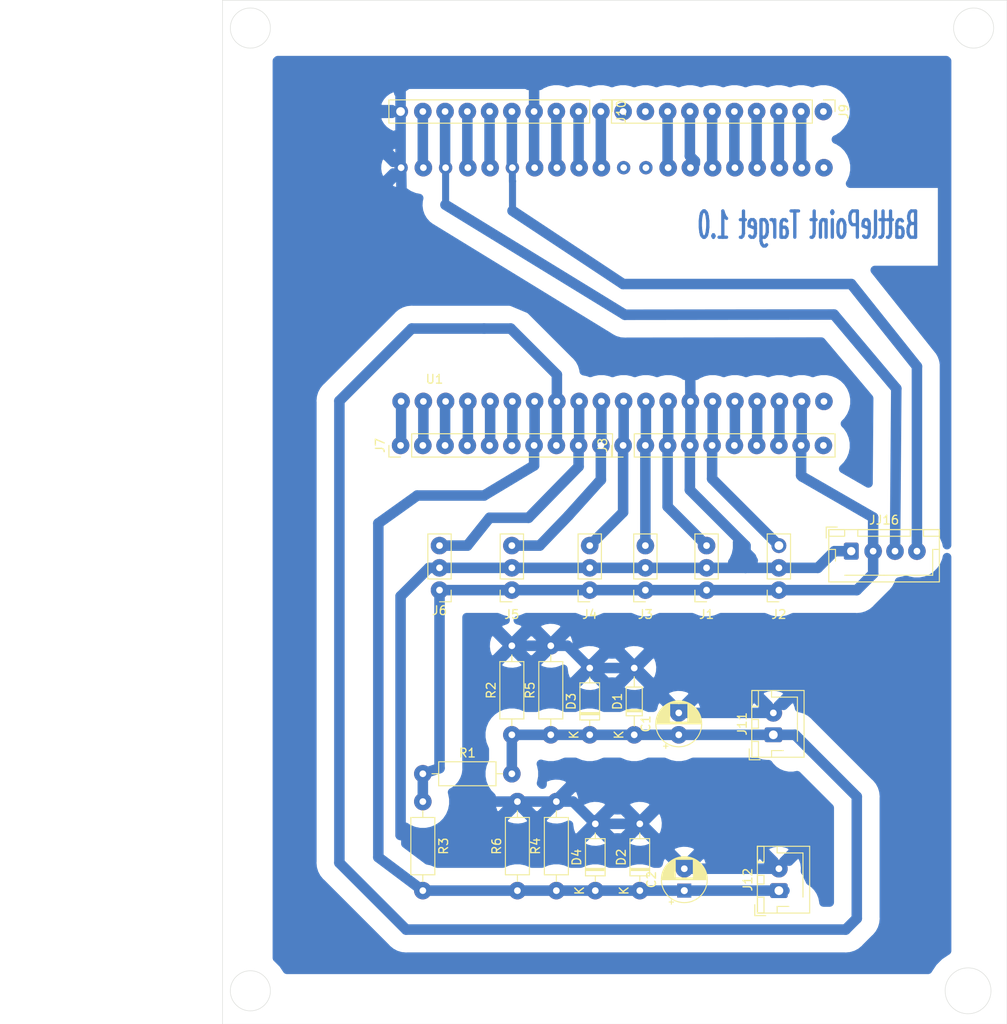
<source format=kicad_pcb>
(kicad_pcb (version 20171130) (host pcbnew "(5.1.9)-1")

  (general
    (thickness 1.6)
    (drawings 9)
    (tracks 192)
    (zones 0)
    (modules 26)
    (nets 43)
  )

  (page A4)
  (layers
    (0 F.Cu signal)
    (31 B.Cu signal)
    (32 B.Adhes user)
    (33 F.Adhes user)
    (34 B.Paste user)
    (35 F.Paste user)
    (36 B.SilkS user)
    (37 F.SilkS user)
    (38 B.Mask user)
    (39 F.Mask user)
    (40 Dwgs.User user)
    (41 Cmts.User user)
    (42 Eco1.User user)
    (43 Eco2.User user)
    (44 Edge.Cuts user)
    (45 Margin user)
    (46 B.CrtYd user)
    (47 F.CrtYd user)
    (48 B.Fab user)
    (49 F.Fab user)
  )

  (setup
    (last_trace_width 1.2)
    (trace_clearance 0.4)
    (zone_clearance 2)
    (zone_45_only no)
    (trace_min 0.2)
    (via_size 0.8)
    (via_drill 0.4)
    (via_min_size 0.4)
    (via_min_drill 0.3)
    (uvia_size 0.3)
    (uvia_drill 0.1)
    (uvias_allowed no)
    (uvia_min_size 0.2)
    (uvia_min_drill 0.1)
    (edge_width 0.05)
    (segment_width 0.2)
    (pcb_text_width 0.3)
    (pcb_text_size 1.5 1.5)
    (mod_edge_width 0.12)
    (mod_text_size 1 1)
    (mod_text_width 0.15)
    (pad_size 2 2)
    (pad_drill 0.762)
    (pad_to_mask_clearance 0)
    (aux_axis_origin 0 0)
    (visible_elements FFFFFF7F)
    (pcbplotparams
      (layerselection 0x010fc_ffffffff)
      (usegerberextensions false)
      (usegerberattributes true)
      (usegerberadvancedattributes true)
      (creategerberjobfile true)
      (excludeedgelayer true)
      (linewidth 0.100000)
      (plotframeref false)
      (viasonmask false)
      (mode 1)
      (useauxorigin false)
      (hpglpennumber 1)
      (hpglpenspeed 20)
      (hpglpendiameter 15.000000)
      (psnegative false)
      (psa4output false)
      (plotreference true)
      (plotvalue true)
      (plotinvisibletext false)
      (padsonsilk false)
      (subtractmaskfromsilk false)
      (outputformat 1)
      (mirror false)
      (drillshape 1)
      (scaleselection 1)
      (outputdirectory ""))
  )

  (net 0 "")
  (net 1 8)
  (net 2 14)
  (net 3 7)
  (net 4 13)
  (net 5 15)
  (net 6 12)
  (net 7 11)
  (net 8 10)
  (net 9 1)
  (net 10 2)
  (net 11 3)
  (net 12 4)
  (net 13 5)
  (net 14 6)
  (net 15 9)
  (net 16 19)
  (net 17 18)
  (net 18 17)
  (net 19 16)
  (net 20 22)
  (net 21 23)
  (net 22 24)
  (net 23 25)
  (net 24 26)
  (net 25 27)
  (net 26 28)
  (net 27 39)
  (net 28 38)
  (net 29 37)
  (net 30 36)
  (net 31 35)
  (net 32 33)
  (net 33 32)
  (net 34 31)
  (net 35 "Net-(U1-Pad20)")
  (net 36 "Net-(U1-Pad21)")
  (net 37 "Net-(U1-Pad30)")
  (net 38 "Net-(U1-Pad29)")
  (net 39 20)
  (net 40 21)
  (net 41 29)
  (net 42 30)

  (net_class Default "This is the default net class."
    (clearance 0.4)
    (trace_width 1.2)
    (via_dia 0.8)
    (via_drill 0.4)
    (uvia_dia 0.3)
    (uvia_drill 0.1)
    (add_net 1)
    (add_net 10)
    (add_net 11)
    (add_net 12)
    (add_net 13)
    (add_net 14)
    (add_net 15)
    (add_net 16)
    (add_net 17)
    (add_net 18)
    (add_net 19)
    (add_net 2)
    (add_net 20)
    (add_net 21)
    (add_net 22)
    (add_net 23)
    (add_net 24)
    (add_net 25)
    (add_net 26)
    (add_net 27)
    (add_net 28)
    (add_net 29)
    (add_net 3)
    (add_net 30)
    (add_net 31)
    (add_net 32)
    (add_net 33)
    (add_net 35)
    (add_net 36)
    (add_net 37)
    (add_net 38)
    (add_net 39)
    (add_net 4)
    (add_net 5)
    (add_net 6)
    (add_net 7)
    (add_net 8)
    (add_net 9)
    (add_net "Net-(U1-Pad20)")
    (add_net "Net-(U1-Pad21)")
    (add_net "Net-(U1-Pad29)")
    (add_net "Net-(U1-Pad30)")
  )

  (net_class Power ""
    (clearance 0.4)
    (trace_width 1.2)
    (via_dia 1)
    (via_drill 0.4)
    (uvia_dia 0.3)
    (uvia_drill 0.1)
  )

  (module Capacitor_THT:CP_Radial_D5.0mm_P2.50mm (layer F.Cu) (tedit 5AE50EF0) (tstamp 60DDF69E)
    (at 140.97 172.72 90)
    (descr "CP, Radial series, Radial, pin pitch=2.50mm, , diameter=5mm, Electrolytic Capacitor")
    (tags "CP Radial series Radial pin pitch 2.50mm  diameter 5mm Electrolytic Capacitor")
    (path /60E7AD61)
    (fp_text reference C1 (at 1.25 -3.75 90) (layer F.SilkS)
      (effects (font (size 1 1) (thickness 0.15)))
    )
    (fp_text value 4.7nf (at 1.25 3.75 90) (layer F.Fab)
      (effects (font (size 1 1) (thickness 0.15)))
    )
    (fp_line (start -1.304775 -1.725) (end -1.304775 -1.225) (layer F.SilkS) (width 0.12))
    (fp_line (start -1.554775 -1.475) (end -1.054775 -1.475) (layer F.SilkS) (width 0.12))
    (fp_line (start 3.851 -0.284) (end 3.851 0.284) (layer F.SilkS) (width 0.12))
    (fp_line (start 3.811 -0.518) (end 3.811 0.518) (layer F.SilkS) (width 0.12))
    (fp_line (start 3.771 -0.677) (end 3.771 0.677) (layer F.SilkS) (width 0.12))
    (fp_line (start 3.731 -0.805) (end 3.731 0.805) (layer F.SilkS) (width 0.12))
    (fp_line (start 3.691 -0.915) (end 3.691 0.915) (layer F.SilkS) (width 0.12))
    (fp_line (start 3.651 -1.011) (end 3.651 1.011) (layer F.SilkS) (width 0.12))
    (fp_line (start 3.611 -1.098) (end 3.611 1.098) (layer F.SilkS) (width 0.12))
    (fp_line (start 3.571 -1.178) (end 3.571 1.178) (layer F.SilkS) (width 0.12))
    (fp_line (start 3.531 1.04) (end 3.531 1.251) (layer F.SilkS) (width 0.12))
    (fp_line (start 3.531 -1.251) (end 3.531 -1.04) (layer F.SilkS) (width 0.12))
    (fp_line (start 3.491 1.04) (end 3.491 1.319) (layer F.SilkS) (width 0.12))
    (fp_line (start 3.491 -1.319) (end 3.491 -1.04) (layer F.SilkS) (width 0.12))
    (fp_line (start 3.451 1.04) (end 3.451 1.383) (layer F.SilkS) (width 0.12))
    (fp_line (start 3.451 -1.383) (end 3.451 -1.04) (layer F.SilkS) (width 0.12))
    (fp_line (start 3.411 1.04) (end 3.411 1.443) (layer F.SilkS) (width 0.12))
    (fp_line (start 3.411 -1.443) (end 3.411 -1.04) (layer F.SilkS) (width 0.12))
    (fp_line (start 3.371 1.04) (end 3.371 1.5) (layer F.SilkS) (width 0.12))
    (fp_line (start 3.371 -1.5) (end 3.371 -1.04) (layer F.SilkS) (width 0.12))
    (fp_line (start 3.331 1.04) (end 3.331 1.554) (layer F.SilkS) (width 0.12))
    (fp_line (start 3.331 -1.554) (end 3.331 -1.04) (layer F.SilkS) (width 0.12))
    (fp_line (start 3.291 1.04) (end 3.291 1.605) (layer F.SilkS) (width 0.12))
    (fp_line (start 3.291 -1.605) (end 3.291 -1.04) (layer F.SilkS) (width 0.12))
    (fp_line (start 3.251 1.04) (end 3.251 1.653) (layer F.SilkS) (width 0.12))
    (fp_line (start 3.251 -1.653) (end 3.251 -1.04) (layer F.SilkS) (width 0.12))
    (fp_line (start 3.211 1.04) (end 3.211 1.699) (layer F.SilkS) (width 0.12))
    (fp_line (start 3.211 -1.699) (end 3.211 -1.04) (layer F.SilkS) (width 0.12))
    (fp_line (start 3.171 1.04) (end 3.171 1.743) (layer F.SilkS) (width 0.12))
    (fp_line (start 3.171 -1.743) (end 3.171 -1.04) (layer F.SilkS) (width 0.12))
    (fp_line (start 3.131 1.04) (end 3.131 1.785) (layer F.SilkS) (width 0.12))
    (fp_line (start 3.131 -1.785) (end 3.131 -1.04) (layer F.SilkS) (width 0.12))
    (fp_line (start 3.091 1.04) (end 3.091 1.826) (layer F.SilkS) (width 0.12))
    (fp_line (start 3.091 -1.826) (end 3.091 -1.04) (layer F.SilkS) (width 0.12))
    (fp_line (start 3.051 1.04) (end 3.051 1.864) (layer F.SilkS) (width 0.12))
    (fp_line (start 3.051 -1.864) (end 3.051 -1.04) (layer F.SilkS) (width 0.12))
    (fp_line (start 3.011 1.04) (end 3.011 1.901) (layer F.SilkS) (width 0.12))
    (fp_line (start 3.011 -1.901) (end 3.011 -1.04) (layer F.SilkS) (width 0.12))
    (fp_line (start 2.971 1.04) (end 2.971 1.937) (layer F.SilkS) (width 0.12))
    (fp_line (start 2.971 -1.937) (end 2.971 -1.04) (layer F.SilkS) (width 0.12))
    (fp_line (start 2.931 1.04) (end 2.931 1.971) (layer F.SilkS) (width 0.12))
    (fp_line (start 2.931 -1.971) (end 2.931 -1.04) (layer F.SilkS) (width 0.12))
    (fp_line (start 2.891 1.04) (end 2.891 2.004) (layer F.SilkS) (width 0.12))
    (fp_line (start 2.891 -2.004) (end 2.891 -1.04) (layer F.SilkS) (width 0.12))
    (fp_line (start 2.851 1.04) (end 2.851 2.035) (layer F.SilkS) (width 0.12))
    (fp_line (start 2.851 -2.035) (end 2.851 -1.04) (layer F.SilkS) (width 0.12))
    (fp_line (start 2.811 1.04) (end 2.811 2.065) (layer F.SilkS) (width 0.12))
    (fp_line (start 2.811 -2.065) (end 2.811 -1.04) (layer F.SilkS) (width 0.12))
    (fp_line (start 2.771 1.04) (end 2.771 2.095) (layer F.SilkS) (width 0.12))
    (fp_line (start 2.771 -2.095) (end 2.771 -1.04) (layer F.SilkS) (width 0.12))
    (fp_line (start 2.731 1.04) (end 2.731 2.122) (layer F.SilkS) (width 0.12))
    (fp_line (start 2.731 -2.122) (end 2.731 -1.04) (layer F.SilkS) (width 0.12))
    (fp_line (start 2.691 1.04) (end 2.691 2.149) (layer F.SilkS) (width 0.12))
    (fp_line (start 2.691 -2.149) (end 2.691 -1.04) (layer F.SilkS) (width 0.12))
    (fp_line (start 2.651 1.04) (end 2.651 2.175) (layer F.SilkS) (width 0.12))
    (fp_line (start 2.651 -2.175) (end 2.651 -1.04) (layer F.SilkS) (width 0.12))
    (fp_line (start 2.611 1.04) (end 2.611 2.2) (layer F.SilkS) (width 0.12))
    (fp_line (start 2.611 -2.2) (end 2.611 -1.04) (layer F.SilkS) (width 0.12))
    (fp_line (start 2.571 1.04) (end 2.571 2.224) (layer F.SilkS) (width 0.12))
    (fp_line (start 2.571 -2.224) (end 2.571 -1.04) (layer F.SilkS) (width 0.12))
    (fp_line (start 2.531 1.04) (end 2.531 2.247) (layer F.SilkS) (width 0.12))
    (fp_line (start 2.531 -2.247) (end 2.531 -1.04) (layer F.SilkS) (width 0.12))
    (fp_line (start 2.491 1.04) (end 2.491 2.268) (layer F.SilkS) (width 0.12))
    (fp_line (start 2.491 -2.268) (end 2.491 -1.04) (layer F.SilkS) (width 0.12))
    (fp_line (start 2.451 1.04) (end 2.451 2.29) (layer F.SilkS) (width 0.12))
    (fp_line (start 2.451 -2.29) (end 2.451 -1.04) (layer F.SilkS) (width 0.12))
    (fp_line (start 2.411 1.04) (end 2.411 2.31) (layer F.SilkS) (width 0.12))
    (fp_line (start 2.411 -2.31) (end 2.411 -1.04) (layer F.SilkS) (width 0.12))
    (fp_line (start 2.371 1.04) (end 2.371 2.329) (layer F.SilkS) (width 0.12))
    (fp_line (start 2.371 -2.329) (end 2.371 -1.04) (layer F.SilkS) (width 0.12))
    (fp_line (start 2.331 1.04) (end 2.331 2.348) (layer F.SilkS) (width 0.12))
    (fp_line (start 2.331 -2.348) (end 2.331 -1.04) (layer F.SilkS) (width 0.12))
    (fp_line (start 2.291 1.04) (end 2.291 2.365) (layer F.SilkS) (width 0.12))
    (fp_line (start 2.291 -2.365) (end 2.291 -1.04) (layer F.SilkS) (width 0.12))
    (fp_line (start 2.251 1.04) (end 2.251 2.382) (layer F.SilkS) (width 0.12))
    (fp_line (start 2.251 -2.382) (end 2.251 -1.04) (layer F.SilkS) (width 0.12))
    (fp_line (start 2.211 1.04) (end 2.211 2.398) (layer F.SilkS) (width 0.12))
    (fp_line (start 2.211 -2.398) (end 2.211 -1.04) (layer F.SilkS) (width 0.12))
    (fp_line (start 2.171 1.04) (end 2.171 2.414) (layer F.SilkS) (width 0.12))
    (fp_line (start 2.171 -2.414) (end 2.171 -1.04) (layer F.SilkS) (width 0.12))
    (fp_line (start 2.131 1.04) (end 2.131 2.428) (layer F.SilkS) (width 0.12))
    (fp_line (start 2.131 -2.428) (end 2.131 -1.04) (layer F.SilkS) (width 0.12))
    (fp_line (start 2.091 1.04) (end 2.091 2.442) (layer F.SilkS) (width 0.12))
    (fp_line (start 2.091 -2.442) (end 2.091 -1.04) (layer F.SilkS) (width 0.12))
    (fp_line (start 2.051 1.04) (end 2.051 2.455) (layer F.SilkS) (width 0.12))
    (fp_line (start 2.051 -2.455) (end 2.051 -1.04) (layer F.SilkS) (width 0.12))
    (fp_line (start 2.011 1.04) (end 2.011 2.468) (layer F.SilkS) (width 0.12))
    (fp_line (start 2.011 -2.468) (end 2.011 -1.04) (layer F.SilkS) (width 0.12))
    (fp_line (start 1.971 1.04) (end 1.971 2.48) (layer F.SilkS) (width 0.12))
    (fp_line (start 1.971 -2.48) (end 1.971 -1.04) (layer F.SilkS) (width 0.12))
    (fp_line (start 1.93 1.04) (end 1.93 2.491) (layer F.SilkS) (width 0.12))
    (fp_line (start 1.93 -2.491) (end 1.93 -1.04) (layer F.SilkS) (width 0.12))
    (fp_line (start 1.89 1.04) (end 1.89 2.501) (layer F.SilkS) (width 0.12))
    (fp_line (start 1.89 -2.501) (end 1.89 -1.04) (layer F.SilkS) (width 0.12))
    (fp_line (start 1.85 1.04) (end 1.85 2.511) (layer F.SilkS) (width 0.12))
    (fp_line (start 1.85 -2.511) (end 1.85 -1.04) (layer F.SilkS) (width 0.12))
    (fp_line (start 1.81 1.04) (end 1.81 2.52) (layer F.SilkS) (width 0.12))
    (fp_line (start 1.81 -2.52) (end 1.81 -1.04) (layer F.SilkS) (width 0.12))
    (fp_line (start 1.77 1.04) (end 1.77 2.528) (layer F.SilkS) (width 0.12))
    (fp_line (start 1.77 -2.528) (end 1.77 -1.04) (layer F.SilkS) (width 0.12))
    (fp_line (start 1.73 1.04) (end 1.73 2.536) (layer F.SilkS) (width 0.12))
    (fp_line (start 1.73 -2.536) (end 1.73 -1.04) (layer F.SilkS) (width 0.12))
    (fp_line (start 1.69 1.04) (end 1.69 2.543) (layer F.SilkS) (width 0.12))
    (fp_line (start 1.69 -2.543) (end 1.69 -1.04) (layer F.SilkS) (width 0.12))
    (fp_line (start 1.65 1.04) (end 1.65 2.55) (layer F.SilkS) (width 0.12))
    (fp_line (start 1.65 -2.55) (end 1.65 -1.04) (layer F.SilkS) (width 0.12))
    (fp_line (start 1.61 1.04) (end 1.61 2.556) (layer F.SilkS) (width 0.12))
    (fp_line (start 1.61 -2.556) (end 1.61 -1.04) (layer F.SilkS) (width 0.12))
    (fp_line (start 1.57 1.04) (end 1.57 2.561) (layer F.SilkS) (width 0.12))
    (fp_line (start 1.57 -2.561) (end 1.57 -1.04) (layer F.SilkS) (width 0.12))
    (fp_line (start 1.53 1.04) (end 1.53 2.565) (layer F.SilkS) (width 0.12))
    (fp_line (start 1.53 -2.565) (end 1.53 -1.04) (layer F.SilkS) (width 0.12))
    (fp_line (start 1.49 1.04) (end 1.49 2.569) (layer F.SilkS) (width 0.12))
    (fp_line (start 1.49 -2.569) (end 1.49 -1.04) (layer F.SilkS) (width 0.12))
    (fp_line (start 1.45 -2.573) (end 1.45 2.573) (layer F.SilkS) (width 0.12))
    (fp_line (start 1.41 -2.576) (end 1.41 2.576) (layer F.SilkS) (width 0.12))
    (fp_line (start 1.37 -2.578) (end 1.37 2.578) (layer F.SilkS) (width 0.12))
    (fp_line (start 1.33 -2.579) (end 1.33 2.579) (layer F.SilkS) (width 0.12))
    (fp_line (start 1.29 -2.58) (end 1.29 2.58) (layer F.SilkS) (width 0.12))
    (fp_line (start 1.25 -2.58) (end 1.25 2.58) (layer F.SilkS) (width 0.12))
    (fp_line (start -0.633605 -1.3375) (end -0.633605 -0.8375) (layer F.Fab) (width 0.1))
    (fp_line (start -0.883605 -1.0875) (end -0.383605 -1.0875) (layer F.Fab) (width 0.1))
    (fp_circle (center 1.25 0) (end 4 0) (layer F.CrtYd) (width 0.05))
    (fp_circle (center 1.25 0) (end 3.87 0) (layer F.SilkS) (width 0.12))
    (fp_circle (center 1.25 0) (end 3.75 0) (layer F.Fab) (width 0.1))
    (fp_text user %R (at 1.25 0 90) (layer F.Fab)
      (effects (font (size 1 1) (thickness 0.15)))
    )
    (pad 1 thru_hole circle (at 0 0 90) (size 2 2) (drill 0.762) (layers *.Cu *.Mask)
      (net 1 8))
    (pad 2 thru_hole circle (at 2.5 0 90) (size 2 2) (drill 0.762) (layers *.Cu *.Mask)
      (net 2 14))
    (model ${KISYS3DMOD}/Capacitor_THT.3dshapes/CP_Radial_D5.0mm_P2.50mm.wrl
      (at (xyz 0 0 0))
      (scale (xyz 1 1 1))
      (rotate (xyz 0 0 0))
    )
  )

  (module Capacitor_THT:CP_Radial_D5.0mm_P2.50mm (layer F.Cu) (tedit 5AE50EF0) (tstamp 60DD78FA)
    (at 141.605 190.5 90)
    (descr "CP, Radial series, Radial, pin pitch=2.50mm, , diameter=5mm, Electrolytic Capacitor")
    (tags "CP Radial series Radial pin pitch 2.50mm  diameter 5mm Electrolytic Capacitor")
    (path /60E7B6EB)
    (fp_text reference C2 (at 1.25 -3.75 90) (layer F.SilkS)
      (effects (font (size 1 1) (thickness 0.15)))
    )
    (fp_text value 4.7nf (at 1.25 3.75 90) (layer F.Fab)
      (effects (font (size 1 1) (thickness 0.15)))
    )
    (fp_text user %R (at 1.25 0 90) (layer F.Fab)
      (effects (font (size 1 1) (thickness 0.15)))
    )
    (fp_circle (center 1.25 0) (end 3.75 0) (layer F.Fab) (width 0.1))
    (fp_circle (center 1.25 0) (end 3.87 0) (layer F.SilkS) (width 0.12))
    (fp_circle (center 1.25 0) (end 4 0) (layer F.CrtYd) (width 0.05))
    (fp_line (start -0.883605 -1.0875) (end -0.383605 -1.0875) (layer F.Fab) (width 0.1))
    (fp_line (start -0.633605 -1.3375) (end -0.633605 -0.8375) (layer F.Fab) (width 0.1))
    (fp_line (start 1.25 -2.58) (end 1.25 2.58) (layer F.SilkS) (width 0.12))
    (fp_line (start 1.29 -2.58) (end 1.29 2.58) (layer F.SilkS) (width 0.12))
    (fp_line (start 1.33 -2.579) (end 1.33 2.579) (layer F.SilkS) (width 0.12))
    (fp_line (start 1.37 -2.578) (end 1.37 2.578) (layer F.SilkS) (width 0.12))
    (fp_line (start 1.41 -2.576) (end 1.41 2.576) (layer F.SilkS) (width 0.12))
    (fp_line (start 1.45 -2.573) (end 1.45 2.573) (layer F.SilkS) (width 0.12))
    (fp_line (start 1.49 -2.569) (end 1.49 -1.04) (layer F.SilkS) (width 0.12))
    (fp_line (start 1.49 1.04) (end 1.49 2.569) (layer F.SilkS) (width 0.12))
    (fp_line (start 1.53 -2.565) (end 1.53 -1.04) (layer F.SilkS) (width 0.12))
    (fp_line (start 1.53 1.04) (end 1.53 2.565) (layer F.SilkS) (width 0.12))
    (fp_line (start 1.57 -2.561) (end 1.57 -1.04) (layer F.SilkS) (width 0.12))
    (fp_line (start 1.57 1.04) (end 1.57 2.561) (layer F.SilkS) (width 0.12))
    (fp_line (start 1.61 -2.556) (end 1.61 -1.04) (layer F.SilkS) (width 0.12))
    (fp_line (start 1.61 1.04) (end 1.61 2.556) (layer F.SilkS) (width 0.12))
    (fp_line (start 1.65 -2.55) (end 1.65 -1.04) (layer F.SilkS) (width 0.12))
    (fp_line (start 1.65 1.04) (end 1.65 2.55) (layer F.SilkS) (width 0.12))
    (fp_line (start 1.69 -2.543) (end 1.69 -1.04) (layer F.SilkS) (width 0.12))
    (fp_line (start 1.69 1.04) (end 1.69 2.543) (layer F.SilkS) (width 0.12))
    (fp_line (start 1.73 -2.536) (end 1.73 -1.04) (layer F.SilkS) (width 0.12))
    (fp_line (start 1.73 1.04) (end 1.73 2.536) (layer F.SilkS) (width 0.12))
    (fp_line (start 1.77 -2.528) (end 1.77 -1.04) (layer F.SilkS) (width 0.12))
    (fp_line (start 1.77 1.04) (end 1.77 2.528) (layer F.SilkS) (width 0.12))
    (fp_line (start 1.81 -2.52) (end 1.81 -1.04) (layer F.SilkS) (width 0.12))
    (fp_line (start 1.81 1.04) (end 1.81 2.52) (layer F.SilkS) (width 0.12))
    (fp_line (start 1.85 -2.511) (end 1.85 -1.04) (layer F.SilkS) (width 0.12))
    (fp_line (start 1.85 1.04) (end 1.85 2.511) (layer F.SilkS) (width 0.12))
    (fp_line (start 1.89 -2.501) (end 1.89 -1.04) (layer F.SilkS) (width 0.12))
    (fp_line (start 1.89 1.04) (end 1.89 2.501) (layer F.SilkS) (width 0.12))
    (fp_line (start 1.93 -2.491) (end 1.93 -1.04) (layer F.SilkS) (width 0.12))
    (fp_line (start 1.93 1.04) (end 1.93 2.491) (layer F.SilkS) (width 0.12))
    (fp_line (start 1.971 -2.48) (end 1.971 -1.04) (layer F.SilkS) (width 0.12))
    (fp_line (start 1.971 1.04) (end 1.971 2.48) (layer F.SilkS) (width 0.12))
    (fp_line (start 2.011 -2.468) (end 2.011 -1.04) (layer F.SilkS) (width 0.12))
    (fp_line (start 2.011 1.04) (end 2.011 2.468) (layer F.SilkS) (width 0.12))
    (fp_line (start 2.051 -2.455) (end 2.051 -1.04) (layer F.SilkS) (width 0.12))
    (fp_line (start 2.051 1.04) (end 2.051 2.455) (layer F.SilkS) (width 0.12))
    (fp_line (start 2.091 -2.442) (end 2.091 -1.04) (layer F.SilkS) (width 0.12))
    (fp_line (start 2.091 1.04) (end 2.091 2.442) (layer F.SilkS) (width 0.12))
    (fp_line (start 2.131 -2.428) (end 2.131 -1.04) (layer F.SilkS) (width 0.12))
    (fp_line (start 2.131 1.04) (end 2.131 2.428) (layer F.SilkS) (width 0.12))
    (fp_line (start 2.171 -2.414) (end 2.171 -1.04) (layer F.SilkS) (width 0.12))
    (fp_line (start 2.171 1.04) (end 2.171 2.414) (layer F.SilkS) (width 0.12))
    (fp_line (start 2.211 -2.398) (end 2.211 -1.04) (layer F.SilkS) (width 0.12))
    (fp_line (start 2.211 1.04) (end 2.211 2.398) (layer F.SilkS) (width 0.12))
    (fp_line (start 2.251 -2.382) (end 2.251 -1.04) (layer F.SilkS) (width 0.12))
    (fp_line (start 2.251 1.04) (end 2.251 2.382) (layer F.SilkS) (width 0.12))
    (fp_line (start 2.291 -2.365) (end 2.291 -1.04) (layer F.SilkS) (width 0.12))
    (fp_line (start 2.291 1.04) (end 2.291 2.365) (layer F.SilkS) (width 0.12))
    (fp_line (start 2.331 -2.348) (end 2.331 -1.04) (layer F.SilkS) (width 0.12))
    (fp_line (start 2.331 1.04) (end 2.331 2.348) (layer F.SilkS) (width 0.12))
    (fp_line (start 2.371 -2.329) (end 2.371 -1.04) (layer F.SilkS) (width 0.12))
    (fp_line (start 2.371 1.04) (end 2.371 2.329) (layer F.SilkS) (width 0.12))
    (fp_line (start 2.411 -2.31) (end 2.411 -1.04) (layer F.SilkS) (width 0.12))
    (fp_line (start 2.411 1.04) (end 2.411 2.31) (layer F.SilkS) (width 0.12))
    (fp_line (start 2.451 -2.29) (end 2.451 -1.04) (layer F.SilkS) (width 0.12))
    (fp_line (start 2.451 1.04) (end 2.451 2.29) (layer F.SilkS) (width 0.12))
    (fp_line (start 2.491 -2.268) (end 2.491 -1.04) (layer F.SilkS) (width 0.12))
    (fp_line (start 2.491 1.04) (end 2.491 2.268) (layer F.SilkS) (width 0.12))
    (fp_line (start 2.531 -2.247) (end 2.531 -1.04) (layer F.SilkS) (width 0.12))
    (fp_line (start 2.531 1.04) (end 2.531 2.247) (layer F.SilkS) (width 0.12))
    (fp_line (start 2.571 -2.224) (end 2.571 -1.04) (layer F.SilkS) (width 0.12))
    (fp_line (start 2.571 1.04) (end 2.571 2.224) (layer F.SilkS) (width 0.12))
    (fp_line (start 2.611 -2.2) (end 2.611 -1.04) (layer F.SilkS) (width 0.12))
    (fp_line (start 2.611 1.04) (end 2.611 2.2) (layer F.SilkS) (width 0.12))
    (fp_line (start 2.651 -2.175) (end 2.651 -1.04) (layer F.SilkS) (width 0.12))
    (fp_line (start 2.651 1.04) (end 2.651 2.175) (layer F.SilkS) (width 0.12))
    (fp_line (start 2.691 -2.149) (end 2.691 -1.04) (layer F.SilkS) (width 0.12))
    (fp_line (start 2.691 1.04) (end 2.691 2.149) (layer F.SilkS) (width 0.12))
    (fp_line (start 2.731 -2.122) (end 2.731 -1.04) (layer F.SilkS) (width 0.12))
    (fp_line (start 2.731 1.04) (end 2.731 2.122) (layer F.SilkS) (width 0.12))
    (fp_line (start 2.771 -2.095) (end 2.771 -1.04) (layer F.SilkS) (width 0.12))
    (fp_line (start 2.771 1.04) (end 2.771 2.095) (layer F.SilkS) (width 0.12))
    (fp_line (start 2.811 -2.065) (end 2.811 -1.04) (layer F.SilkS) (width 0.12))
    (fp_line (start 2.811 1.04) (end 2.811 2.065) (layer F.SilkS) (width 0.12))
    (fp_line (start 2.851 -2.035) (end 2.851 -1.04) (layer F.SilkS) (width 0.12))
    (fp_line (start 2.851 1.04) (end 2.851 2.035) (layer F.SilkS) (width 0.12))
    (fp_line (start 2.891 -2.004) (end 2.891 -1.04) (layer F.SilkS) (width 0.12))
    (fp_line (start 2.891 1.04) (end 2.891 2.004) (layer F.SilkS) (width 0.12))
    (fp_line (start 2.931 -1.971) (end 2.931 -1.04) (layer F.SilkS) (width 0.12))
    (fp_line (start 2.931 1.04) (end 2.931 1.971) (layer F.SilkS) (width 0.12))
    (fp_line (start 2.971 -1.937) (end 2.971 -1.04) (layer F.SilkS) (width 0.12))
    (fp_line (start 2.971 1.04) (end 2.971 1.937) (layer F.SilkS) (width 0.12))
    (fp_line (start 3.011 -1.901) (end 3.011 -1.04) (layer F.SilkS) (width 0.12))
    (fp_line (start 3.011 1.04) (end 3.011 1.901) (layer F.SilkS) (width 0.12))
    (fp_line (start 3.051 -1.864) (end 3.051 -1.04) (layer F.SilkS) (width 0.12))
    (fp_line (start 3.051 1.04) (end 3.051 1.864) (layer F.SilkS) (width 0.12))
    (fp_line (start 3.091 -1.826) (end 3.091 -1.04) (layer F.SilkS) (width 0.12))
    (fp_line (start 3.091 1.04) (end 3.091 1.826) (layer F.SilkS) (width 0.12))
    (fp_line (start 3.131 -1.785) (end 3.131 -1.04) (layer F.SilkS) (width 0.12))
    (fp_line (start 3.131 1.04) (end 3.131 1.785) (layer F.SilkS) (width 0.12))
    (fp_line (start 3.171 -1.743) (end 3.171 -1.04) (layer F.SilkS) (width 0.12))
    (fp_line (start 3.171 1.04) (end 3.171 1.743) (layer F.SilkS) (width 0.12))
    (fp_line (start 3.211 -1.699) (end 3.211 -1.04) (layer F.SilkS) (width 0.12))
    (fp_line (start 3.211 1.04) (end 3.211 1.699) (layer F.SilkS) (width 0.12))
    (fp_line (start 3.251 -1.653) (end 3.251 -1.04) (layer F.SilkS) (width 0.12))
    (fp_line (start 3.251 1.04) (end 3.251 1.653) (layer F.SilkS) (width 0.12))
    (fp_line (start 3.291 -1.605) (end 3.291 -1.04) (layer F.SilkS) (width 0.12))
    (fp_line (start 3.291 1.04) (end 3.291 1.605) (layer F.SilkS) (width 0.12))
    (fp_line (start 3.331 -1.554) (end 3.331 -1.04) (layer F.SilkS) (width 0.12))
    (fp_line (start 3.331 1.04) (end 3.331 1.554) (layer F.SilkS) (width 0.12))
    (fp_line (start 3.371 -1.5) (end 3.371 -1.04) (layer F.SilkS) (width 0.12))
    (fp_line (start 3.371 1.04) (end 3.371 1.5) (layer F.SilkS) (width 0.12))
    (fp_line (start 3.411 -1.443) (end 3.411 -1.04) (layer F.SilkS) (width 0.12))
    (fp_line (start 3.411 1.04) (end 3.411 1.443) (layer F.SilkS) (width 0.12))
    (fp_line (start 3.451 -1.383) (end 3.451 -1.04) (layer F.SilkS) (width 0.12))
    (fp_line (start 3.451 1.04) (end 3.451 1.383) (layer F.SilkS) (width 0.12))
    (fp_line (start 3.491 -1.319) (end 3.491 -1.04) (layer F.SilkS) (width 0.12))
    (fp_line (start 3.491 1.04) (end 3.491 1.319) (layer F.SilkS) (width 0.12))
    (fp_line (start 3.531 -1.251) (end 3.531 -1.04) (layer F.SilkS) (width 0.12))
    (fp_line (start 3.531 1.04) (end 3.531 1.251) (layer F.SilkS) (width 0.12))
    (fp_line (start 3.571 -1.178) (end 3.571 1.178) (layer F.SilkS) (width 0.12))
    (fp_line (start 3.611 -1.098) (end 3.611 1.098) (layer F.SilkS) (width 0.12))
    (fp_line (start 3.651 -1.011) (end 3.651 1.011) (layer F.SilkS) (width 0.12))
    (fp_line (start 3.691 -0.915) (end 3.691 0.915) (layer F.SilkS) (width 0.12))
    (fp_line (start 3.731 -0.805) (end 3.731 0.805) (layer F.SilkS) (width 0.12))
    (fp_line (start 3.771 -0.677) (end 3.771 0.677) (layer F.SilkS) (width 0.12))
    (fp_line (start 3.811 -0.518) (end 3.811 0.518) (layer F.SilkS) (width 0.12))
    (fp_line (start 3.851 -0.284) (end 3.851 0.284) (layer F.SilkS) (width 0.12))
    (fp_line (start -1.554775 -1.475) (end -1.054775 -1.475) (layer F.SilkS) (width 0.12))
    (fp_line (start -1.304775 -1.725) (end -1.304775 -1.225) (layer F.SilkS) (width 0.12))
    (pad 2 thru_hole circle (at 2.5 0 90) (size 2 2) (drill 0.762) (layers *.Cu *.Mask)
      (net 2 14))
    (pad 1 thru_hole rect (at 0 0 90) (size 1.6 1.6) (drill 0.8) (layers *.Cu *.Mask)
      (net 3 7))
    (model ${KISYS3DMOD}/Capacitor_THT.3dshapes/CP_Radial_D5.0mm_P2.50mm.wrl
      (at (xyz 0 0 0))
      (scale (xyz 1 1 1))
      (rotate (xyz 0 0 0))
    )
  )

  (module Diode_THT:D_DO-34_SOD68_P7.62mm_Horizontal (layer F.Cu) (tedit 5AE50CD5) (tstamp 60DDF846)
    (at 135.89 172.72 90)
    (descr "Diode, DO-34_SOD68 series, Axial, Horizontal, pin pitch=7.62mm, , length*diameter=3.04*1.6mm^2, , https://www.nxp.com/docs/en/data-sheet/KTY83_SER.pdf")
    (tags "Diode DO-34_SOD68 series Axial Horizontal pin pitch 7.62mm  length 3.04mm diameter 1.6mm")
    (path /60E93C45)
    (fp_text reference D1 (at 3.81 -1.92 90) (layer F.SilkS)
      (effects (font (size 1 1) (thickness 0.15)))
    )
    (fp_text value D (at 3.81 1.92 90) (layer F.Fab)
      (effects (font (size 1 1) (thickness 0.15)))
    )
    (fp_line (start 8.63 -1.05) (end -1 -1.05) (layer F.CrtYd) (width 0.05))
    (fp_line (start 8.63 1.05) (end 8.63 -1.05) (layer F.CrtYd) (width 0.05))
    (fp_line (start -1 1.05) (end 8.63 1.05) (layer F.CrtYd) (width 0.05))
    (fp_line (start -1 -1.05) (end -1 1.05) (layer F.CrtYd) (width 0.05))
    (fp_line (start 2.626 -0.92) (end 2.626 0.92) (layer F.SilkS) (width 0.12))
    (fp_line (start 2.866 -0.92) (end 2.866 0.92) (layer F.SilkS) (width 0.12))
    (fp_line (start 2.746 -0.92) (end 2.746 0.92) (layer F.SilkS) (width 0.12))
    (fp_line (start 6.63 0) (end 5.45 0) (layer F.SilkS) (width 0.12))
    (fp_line (start 0.99 0) (end 2.17 0) (layer F.SilkS) (width 0.12))
    (fp_line (start 5.45 -0.92) (end 2.17 -0.92) (layer F.SilkS) (width 0.12))
    (fp_line (start 5.45 0.92) (end 5.45 -0.92) (layer F.SilkS) (width 0.12))
    (fp_line (start 2.17 0.92) (end 5.45 0.92) (layer F.SilkS) (width 0.12))
    (fp_line (start 2.17 -0.92) (end 2.17 0.92) (layer F.SilkS) (width 0.12))
    (fp_line (start 2.646 -0.8) (end 2.646 0.8) (layer F.Fab) (width 0.1))
    (fp_line (start 2.846 -0.8) (end 2.846 0.8) (layer F.Fab) (width 0.1))
    (fp_line (start 2.746 -0.8) (end 2.746 0.8) (layer F.Fab) (width 0.1))
    (fp_line (start 7.62 0) (end 5.33 0) (layer F.Fab) (width 0.1))
    (fp_line (start 0 0) (end 2.29 0) (layer F.Fab) (width 0.1))
    (fp_line (start 5.33 -0.8) (end 2.29 -0.8) (layer F.Fab) (width 0.1))
    (fp_line (start 5.33 0.8) (end 5.33 -0.8) (layer F.Fab) (width 0.1))
    (fp_line (start 2.29 0.8) (end 5.33 0.8) (layer F.Fab) (width 0.1))
    (fp_line (start 2.29 -0.8) (end 2.29 0.8) (layer F.Fab) (width 0.1))
    (fp_text user %R (at 4.038 0 90) (layer F.Fab)
      (effects (font (size 0.608 0.608) (thickness 0.0912)))
    )
    (fp_text user K (at 0 -1.75 90) (layer F.Fab)
      (effects (font (size 1 1) (thickness 0.15)))
    )
    (fp_text user K (at 0 -1.75 90) (layer F.SilkS)
      (effects (font (size 1 1) (thickness 0.15)))
    )
    (pad 1 thru_hole circle (at 0 0 90) (size 2 2) (drill 0.762) (layers *.Cu *.Mask)
      (net 1 8))
    (pad 2 thru_hole circle (at 7.62 0 90) (size 2 2) (drill 0.762) (layers *.Cu *.Mask)
      (net 2 14))
    (model ${KISYS3DMOD}/Diode_THT.3dshapes/D_DO-34_SOD68_P7.62mm_Horizontal.wrl
      (at (xyz 0 0 0))
      (scale (xyz 1 1 1))
      (rotate (xyz 0 0 0))
    )
  )

  (module Diode_THT:D_DO-35_SOD27_P7.62mm_Horizontal (layer F.Cu) (tedit 5AE50CD5) (tstamp 60DDAB30)
    (at 136.525 190.5 90)
    (descr "Diode, DO-35_SOD27 series, Axial, Horizontal, pin pitch=7.62mm, , length*diameter=4*2mm^2, , http://www.diodes.com/_files/packages/DO-35.pdf")
    (tags "Diode DO-35_SOD27 series Axial Horizontal pin pitch 7.62mm  length 4mm diameter 2mm")
    (path /60E94640)
    (fp_text reference D2 (at 3.81 -2.12 90) (layer F.SilkS)
      (effects (font (size 1 1) (thickness 0.15)))
    )
    (fp_text value D (at 3.81 2.12 90) (layer F.Fab)
      (effects (font (size 1 1) (thickness 0.15)))
    )
    (fp_line (start 8.67 -1.25) (end -1.05 -1.25) (layer F.CrtYd) (width 0.05))
    (fp_line (start 8.67 1.25) (end 8.67 -1.25) (layer F.CrtYd) (width 0.05))
    (fp_line (start -1.05 1.25) (end 8.67 1.25) (layer F.CrtYd) (width 0.05))
    (fp_line (start -1.05 -1.25) (end -1.05 1.25) (layer F.CrtYd) (width 0.05))
    (fp_line (start 2.29 -1.12) (end 2.29 1.12) (layer F.SilkS) (width 0.12))
    (fp_line (start 2.53 -1.12) (end 2.53 1.12) (layer F.SilkS) (width 0.12))
    (fp_line (start 2.41 -1.12) (end 2.41 1.12) (layer F.SilkS) (width 0.12))
    (fp_line (start 6.58 0) (end 5.93 0) (layer F.SilkS) (width 0.12))
    (fp_line (start 1.04 0) (end 1.69 0) (layer F.SilkS) (width 0.12))
    (fp_line (start 5.93 -1.12) (end 1.69 -1.12) (layer F.SilkS) (width 0.12))
    (fp_line (start 5.93 1.12) (end 5.93 -1.12) (layer F.SilkS) (width 0.12))
    (fp_line (start 1.69 1.12) (end 5.93 1.12) (layer F.SilkS) (width 0.12))
    (fp_line (start 1.69 -1.12) (end 1.69 1.12) (layer F.SilkS) (width 0.12))
    (fp_line (start 2.31 -1) (end 2.31 1) (layer F.Fab) (width 0.1))
    (fp_line (start 2.51 -1) (end 2.51 1) (layer F.Fab) (width 0.1))
    (fp_line (start 2.41 -1) (end 2.41 1) (layer F.Fab) (width 0.1))
    (fp_line (start 7.62 0) (end 5.81 0) (layer F.Fab) (width 0.1))
    (fp_line (start 0 0) (end 1.81 0) (layer F.Fab) (width 0.1))
    (fp_line (start 5.81 -1) (end 1.81 -1) (layer F.Fab) (width 0.1))
    (fp_line (start 5.81 1) (end 5.81 -1) (layer F.Fab) (width 0.1))
    (fp_line (start 1.81 1) (end 5.81 1) (layer F.Fab) (width 0.1))
    (fp_line (start 1.81 -1) (end 1.81 1) (layer F.Fab) (width 0.1))
    (fp_text user %R (at 4.11 0 90) (layer F.Fab)
      (effects (font (size 0.8 0.8) (thickness 0.12)))
    )
    (fp_text user K (at 0 -1.8 90) (layer F.Fab)
      (effects (font (size 1 1) (thickness 0.15)))
    )
    (fp_text user K (at 0 -1.8 90) (layer F.SilkS)
      (effects (font (size 1 1) (thickness 0.15)))
    )
    (pad 1 thru_hole circle (at 0 0 90) (size 2 2) (drill 0.762) (layers *.Cu *.Mask)
      (net 3 7))
    (pad 2 thru_hole circle (at 7.62 0 90) (size 2 2) (drill 0.762) (layers *.Cu *.Mask)
      (net 2 14))
    (model ${KISYS3DMOD}/Diode_THT.3dshapes/D_DO-35_SOD27_P7.62mm_Horizontal.wrl
      (at (xyz 0 0 0))
      (scale (xyz 1 1 1))
      (rotate (xyz 0 0 0))
    )
  )

  (module Diode_THT:D_DO-35_SOD27_P7.62mm_Horizontal (layer F.Cu) (tedit 5AE50CD5) (tstamp 60DDF5DF)
    (at 130.81 172.72 90)
    (descr "Diode, DO-35_SOD27 series, Axial, Horizontal, pin pitch=7.62mm, , length*diameter=4*2mm^2, , http://www.diodes.com/_files/packages/DO-35.pdf")
    (tags "Diode DO-35_SOD27 series Axial Horizontal pin pitch 7.62mm  length 4mm diameter 2mm")
    (path /60EB3063)
    (fp_text reference D3 (at 3.81 -2.12 90) (layer F.SilkS)
      (effects (font (size 1 1) (thickness 0.15)))
    )
    (fp_text value D (at 3.81 2.12 90) (layer F.Fab)
      (effects (font (size 1 1) (thickness 0.15)))
    )
    (fp_text user K (at 0 -1.8 90) (layer F.SilkS)
      (effects (font (size 1 1) (thickness 0.15)))
    )
    (fp_text user K (at 0 -1.8 90) (layer F.Fab)
      (effects (font (size 1 1) (thickness 0.15)))
    )
    (fp_text user %R (at 4.11 0 90) (layer F.Fab)
      (effects (font (size 0.8 0.8) (thickness 0.12)))
    )
    (fp_line (start 1.81 -1) (end 1.81 1) (layer F.Fab) (width 0.1))
    (fp_line (start 1.81 1) (end 5.81 1) (layer F.Fab) (width 0.1))
    (fp_line (start 5.81 1) (end 5.81 -1) (layer F.Fab) (width 0.1))
    (fp_line (start 5.81 -1) (end 1.81 -1) (layer F.Fab) (width 0.1))
    (fp_line (start 0 0) (end 1.81 0) (layer F.Fab) (width 0.1))
    (fp_line (start 7.62 0) (end 5.81 0) (layer F.Fab) (width 0.1))
    (fp_line (start 2.41 -1) (end 2.41 1) (layer F.Fab) (width 0.1))
    (fp_line (start 2.51 -1) (end 2.51 1) (layer F.Fab) (width 0.1))
    (fp_line (start 2.31 -1) (end 2.31 1) (layer F.Fab) (width 0.1))
    (fp_line (start 1.69 -1.12) (end 1.69 1.12) (layer F.SilkS) (width 0.12))
    (fp_line (start 1.69 1.12) (end 5.93 1.12) (layer F.SilkS) (width 0.12))
    (fp_line (start 5.93 1.12) (end 5.93 -1.12) (layer F.SilkS) (width 0.12))
    (fp_line (start 5.93 -1.12) (end 1.69 -1.12) (layer F.SilkS) (width 0.12))
    (fp_line (start 1.04 0) (end 1.69 0) (layer F.SilkS) (width 0.12))
    (fp_line (start 6.58 0) (end 5.93 0) (layer F.SilkS) (width 0.12))
    (fp_line (start 2.41 -1.12) (end 2.41 1.12) (layer F.SilkS) (width 0.12))
    (fp_line (start 2.53 -1.12) (end 2.53 1.12) (layer F.SilkS) (width 0.12))
    (fp_line (start 2.29 -1.12) (end 2.29 1.12) (layer F.SilkS) (width 0.12))
    (fp_line (start -1.05 -1.25) (end -1.05 1.25) (layer F.CrtYd) (width 0.05))
    (fp_line (start -1.05 1.25) (end 8.67 1.25) (layer F.CrtYd) (width 0.05))
    (fp_line (start 8.67 1.25) (end 8.67 -1.25) (layer F.CrtYd) (width 0.05))
    (fp_line (start 8.67 -1.25) (end -1.05 -1.25) (layer F.CrtYd) (width 0.05))
    (pad 2 thru_hole circle (at 7.62 0 90) (size 2 2) (drill 0.762) (layers *.Cu *.Mask)
      (net 2 14))
    (pad 1 thru_hole circle (at 0 0 90) (size 2 2) (drill 0.762) (layers *.Cu *.Mask)
      (net 1 8))
    (model ${KISYS3DMOD}/Diode_THT.3dshapes/D_DO-35_SOD27_P7.62mm_Horizontal.wrl
      (at (xyz 0 0 0))
      (scale (xyz 1 1 1))
      (rotate (xyz 0 0 0))
    )
  )

  (module Diode_THT:D_DO-35_SOD27_P7.62mm_Horizontal (layer F.Cu) (tedit 5AE50CD5) (tstamp 60DDC1B4)
    (at 131.445 190.5 90)
    (descr "Diode, DO-35_SOD27 series, Axial, Horizontal, pin pitch=7.62mm, , length*diameter=4*2mm^2, , http://www.diodes.com/_files/packages/DO-35.pdf")
    (tags "Diode DO-35_SOD27 series Axial Horizontal pin pitch 7.62mm  length 4mm diameter 2mm")
    (path /60EB3268)
    (fp_text reference D4 (at 3.81 -2.12 90) (layer F.SilkS)
      (effects (font (size 1 1) (thickness 0.15)))
    )
    (fp_text value D (at 3.81 2.12 90) (layer F.Fab)
      (effects (font (size 1 1) (thickness 0.15)))
    )
    (fp_line (start 8.67 -1.25) (end -1.05 -1.25) (layer F.CrtYd) (width 0.05))
    (fp_line (start 8.67 1.25) (end 8.67 -1.25) (layer F.CrtYd) (width 0.05))
    (fp_line (start -1.05 1.25) (end 8.67 1.25) (layer F.CrtYd) (width 0.05))
    (fp_line (start -1.05 -1.25) (end -1.05 1.25) (layer F.CrtYd) (width 0.05))
    (fp_line (start 2.29 -1.12) (end 2.29 1.12) (layer F.SilkS) (width 0.12))
    (fp_line (start 2.53 -1.12) (end 2.53 1.12) (layer F.SilkS) (width 0.12))
    (fp_line (start 2.41 -1.12) (end 2.41 1.12) (layer F.SilkS) (width 0.12))
    (fp_line (start 6.58 0) (end 5.93 0) (layer F.SilkS) (width 0.12))
    (fp_line (start 1.04 0) (end 1.69 0) (layer F.SilkS) (width 0.12))
    (fp_line (start 5.93 -1.12) (end 1.69 -1.12) (layer F.SilkS) (width 0.12))
    (fp_line (start 5.93 1.12) (end 5.93 -1.12) (layer F.SilkS) (width 0.12))
    (fp_line (start 1.69 1.12) (end 5.93 1.12) (layer F.SilkS) (width 0.12))
    (fp_line (start 1.69 -1.12) (end 1.69 1.12) (layer F.SilkS) (width 0.12))
    (fp_line (start 2.31 -1) (end 2.31 1) (layer F.Fab) (width 0.1))
    (fp_line (start 2.51 -1) (end 2.51 1) (layer F.Fab) (width 0.1))
    (fp_line (start 2.41 -1) (end 2.41 1) (layer F.Fab) (width 0.1))
    (fp_line (start 7.62 0) (end 5.81 0) (layer F.Fab) (width 0.1))
    (fp_line (start 0 0) (end 1.81 0) (layer F.Fab) (width 0.1))
    (fp_line (start 5.81 -1) (end 1.81 -1) (layer F.Fab) (width 0.1))
    (fp_line (start 5.81 1) (end 5.81 -1) (layer F.Fab) (width 0.1))
    (fp_line (start 1.81 1) (end 5.81 1) (layer F.Fab) (width 0.1))
    (fp_line (start 1.81 -1) (end 1.81 1) (layer F.Fab) (width 0.1))
    (fp_text user %R (at 4.11 0 90) (layer F.Fab)
      (effects (font (size 0.8 0.8) (thickness 0.12)))
    )
    (fp_text user K (at 0 -1.8 90) (layer F.Fab)
      (effects (font (size 1 1) (thickness 0.15)))
    )
    (fp_text user K (at 0 -1.8 90) (layer F.SilkS)
      (effects (font (size 1 1) (thickness 0.15)))
    )
    (pad 1 thru_hole circle (at 0 0 90) (size 2 2) (drill 0.762) (layers *.Cu *.Mask)
      (net 3 7))
    (pad 2 thru_hole circle (at 7.62 0 90) (size 2 2) (drill 0.762) (layers *.Cu *.Mask)
      (net 2 14))
    (model ${KISYS3DMOD}/Diode_THT.3dshapes/D_DO-35_SOD27_P7.62mm_Horizontal.wrl
      (at (xyz 0 0 0))
      (scale (xyz 1 1 1))
      (rotate (xyz 0 0 0))
    )
  )

  (module Connector_PinSocket_2.54mm:PinSocket_1x03_P2.54mm_Vertical (layer F.Cu) (tedit 5A19A429) (tstamp 60DDE87D)
    (at 144.145 156.21 180)
    (descr "Through hole straight socket strip, 1x03, 2.54mm pitch, single row (from Kicad 4.0.7), script generated")
    (tags "Through hole socket strip THT 1x03 2.54mm single row")
    (path /608F447A)
    (fp_text reference J1 (at 0 -2.77) (layer F.SilkS)
      (effects (font (size 1 1) (thickness 0.15)))
    )
    (fp_text value LED1 (at 0 7.85) (layer F.Fab)
      (effects (font (size 1 1) (thickness 0.15)))
    )
    (fp_line (start -1.8 6.85) (end -1.8 -1.8) (layer F.CrtYd) (width 0.05))
    (fp_line (start 1.75 6.85) (end -1.8 6.85) (layer F.CrtYd) (width 0.05))
    (fp_line (start 1.75 -1.8) (end 1.75 6.85) (layer F.CrtYd) (width 0.05))
    (fp_line (start -1.8 -1.8) (end 1.75 -1.8) (layer F.CrtYd) (width 0.05))
    (fp_line (start 0 -1.33) (end 1.33 -1.33) (layer F.SilkS) (width 0.12))
    (fp_line (start 1.33 -1.33) (end 1.33 0) (layer F.SilkS) (width 0.12))
    (fp_line (start 1.33 1.27) (end 1.33 6.41) (layer F.SilkS) (width 0.12))
    (fp_line (start -1.33 6.41) (end 1.33 6.41) (layer F.SilkS) (width 0.12))
    (fp_line (start -1.33 1.27) (end -1.33 6.41) (layer F.SilkS) (width 0.12))
    (fp_line (start -1.33 1.27) (end 1.33 1.27) (layer F.SilkS) (width 0.12))
    (fp_line (start -1.27 6.35) (end -1.27 -1.27) (layer F.Fab) (width 0.1))
    (fp_line (start 1.27 6.35) (end -1.27 6.35) (layer F.Fab) (width 0.1))
    (fp_line (start 1.27 -0.635) (end 1.27 6.35) (layer F.Fab) (width 0.1))
    (fp_line (start 0.635 -1.27) (end 1.27 -0.635) (layer F.Fab) (width 0.1))
    (fp_line (start -1.27 -1.27) (end 0.635 -1.27) (layer F.Fab) (width 0.1))
    (fp_text user %R (at 0 2.54 90) (layer F.Fab)
      (effects (font (size 1 1) (thickness 0.15)))
    )
    (pad 1 thru_hole circle (at 0 0 180) (size 2 2) (drill 0.762) (layers *.Cu *.Mask)
      (net 16 19))
    (pad 2 thru_hole circle (at 0 2.54 180) (size 2 2) (drill 0.762) (layers *.Cu *.Mask)
      (net 2 14))
    (pad 3 thru_hole circle (at 0 5.08 180) (size 2 2) (drill 0.762) (layers *.Cu *.Mask)
      (net 4 13))
    (model ${KISYS3DMOD}/Connector_PinSocket_2.54mm.3dshapes/PinSocket_1x03_P2.54mm_Vertical.wrl
      (at (xyz 0 0 0))
      (scale (xyz 1 1 1))
      (rotate (xyz 0 0 0))
    )
  )

  (module Connector_PinSocket_2.54mm:PinSocket_1x03_P2.54mm_Vertical (layer F.Cu) (tedit 5A19A429) (tstamp 60DDD53F)
    (at 152.4 156.21 180)
    (descr "Through hole straight socket strip, 1x03, 2.54mm pitch, single row (from Kicad 4.0.7), script generated")
    (tags "Through hole socket strip THT 1x03 2.54mm single row")
    (path /608F4D30)
    (fp_text reference J2 (at 0 -2.77) (layer F.SilkS)
      (effects (font (size 1 1) (thickness 0.15)))
    )
    (fp_text value LED2 (at 0 7.85) (layer F.Fab)
      (effects (font (size 1 1) (thickness 0.15)))
    )
    (fp_text user %R (at 0 2.54) (layer F.Fab)
      (effects (font (size 1 1) (thickness 0.15)))
    )
    (fp_line (start -1.27 -1.27) (end 0.635 -1.27) (layer F.Fab) (width 0.1))
    (fp_line (start 0.635 -1.27) (end 1.27 -0.635) (layer F.Fab) (width 0.1))
    (fp_line (start 1.27 -0.635) (end 1.27 6.35) (layer F.Fab) (width 0.1))
    (fp_line (start 1.27 6.35) (end -1.27 6.35) (layer F.Fab) (width 0.1))
    (fp_line (start -1.27 6.35) (end -1.27 -1.27) (layer F.Fab) (width 0.1))
    (fp_line (start -1.33 1.27) (end 1.33 1.27) (layer F.SilkS) (width 0.12))
    (fp_line (start -1.33 1.27) (end -1.33 6.41) (layer F.SilkS) (width 0.12))
    (fp_line (start -1.33 6.41) (end 1.33 6.41) (layer F.SilkS) (width 0.12))
    (fp_line (start 1.33 1.27) (end 1.33 6.41) (layer F.SilkS) (width 0.12))
    (fp_line (start 1.33 -1.33) (end 1.33 0) (layer F.SilkS) (width 0.12))
    (fp_line (start 0 -1.33) (end 1.33 -1.33) (layer F.SilkS) (width 0.12))
    (fp_line (start -1.8 -1.8) (end 1.75 -1.8) (layer F.CrtYd) (width 0.05))
    (fp_line (start 1.75 -1.8) (end 1.75 6.85) (layer F.CrtYd) (width 0.05))
    (fp_line (start 1.75 6.85) (end -1.8 6.85) (layer F.CrtYd) (width 0.05))
    (fp_line (start -1.8 6.85) (end -1.8 -1.8) (layer F.CrtYd) (width 0.05))
    (pad 3 thru_hole oval (at 0 5.08 180) (size 1.7 1.7) (drill 1) (layers *.Cu *.Mask)
      (net 5 15))
    (pad 2 thru_hole circle (at 0 2.54 180) (size 2 2) (drill 0.762) (layers *.Cu *.Mask)
      (net 2 14))
    (pad 1 thru_hole circle (at 0 0 180) (size 2 2) (drill 0.762) (layers *.Cu *.Mask)
      (net 16 19))
    (model ${KISYS3DMOD}/Connector_PinSocket_2.54mm.3dshapes/PinSocket_1x03_P2.54mm_Vertical.wrl
      (at (xyz 0 0 0))
      (scale (xyz 1 1 1))
      (rotate (xyz 0 0 0))
    )
  )

  (module Connector_PinSocket_2.54mm:PinSocket_1x03_P2.54mm_Vertical (layer F.Cu) (tedit 5A19A429) (tstamp 60DD79BB)
    (at 137.16 156.21 180)
    (descr "Through hole straight socket strip, 1x03, 2.54mm pitch, single row (from Kicad 4.0.7), script generated")
    (tags "Through hole socket strip THT 1x03 2.54mm single row")
    (path /608F5638)
    (fp_text reference J3 (at 0 -2.77) (layer F.SilkS)
      (effects (font (size 1 1) (thickness 0.15)))
    )
    (fp_text value LED3 (at 0 7.85) (layer F.Fab)
      (effects (font (size 1 1) (thickness 0.15)))
    )
    (fp_line (start -1.8 6.85) (end -1.8 -1.8) (layer F.CrtYd) (width 0.05))
    (fp_line (start 1.75 6.85) (end -1.8 6.85) (layer F.CrtYd) (width 0.05))
    (fp_line (start 1.75 -1.8) (end 1.75 6.85) (layer F.CrtYd) (width 0.05))
    (fp_line (start -1.8 -1.8) (end 1.75 -1.8) (layer F.CrtYd) (width 0.05))
    (fp_line (start 0 -1.33) (end 1.33 -1.33) (layer F.SilkS) (width 0.12))
    (fp_line (start 1.33 -1.33) (end 1.33 0) (layer F.SilkS) (width 0.12))
    (fp_line (start 1.33 1.27) (end 1.33 6.41) (layer F.SilkS) (width 0.12))
    (fp_line (start -1.33 6.41) (end 1.33 6.41) (layer F.SilkS) (width 0.12))
    (fp_line (start -1.33 1.27) (end -1.33 6.41) (layer F.SilkS) (width 0.12))
    (fp_line (start -1.33 1.27) (end 1.33 1.27) (layer F.SilkS) (width 0.12))
    (fp_line (start -1.27 6.35) (end -1.27 -1.27) (layer F.Fab) (width 0.1))
    (fp_line (start 1.27 6.35) (end -1.27 6.35) (layer F.Fab) (width 0.1))
    (fp_line (start 1.27 -0.635) (end 1.27 6.35) (layer F.Fab) (width 0.1))
    (fp_line (start 0.635 -1.27) (end 1.27 -0.635) (layer F.Fab) (width 0.1))
    (fp_line (start -1.27 -1.27) (end 0.635 -1.27) (layer F.Fab) (width 0.1))
    (fp_text user %R (at 0 2.54 90) (layer F.Fab)
      (effects (font (size 1 1) (thickness 0.15)))
    )
    (pad 1 thru_hole circle (at 0 0 180) (size 2 2) (drill 0.762) (layers *.Cu *.Mask)
      (net 16 19))
    (pad 2 thru_hole circle (at 0 2.54 180) (size 2 2) (drill 0.762) (layers *.Cu *.Mask)
      (net 2 14))
    (pad 3 thru_hole circle (at 0 5.08 180) (size 2 2) (drill 0.762) (layers *.Cu *.Mask)
      (net 6 12))
    (model ${KISYS3DMOD}/Connector_PinSocket_2.54mm.3dshapes/PinSocket_1x03_P2.54mm_Vertical.wrl
      (at (xyz 0 0 0))
      (scale (xyz 1 1 1))
      (rotate (xyz 0 0 0))
    )
  )

  (module Connector_PinSocket_2.54mm:PinSocket_1x03_P2.54mm_Vertical (layer F.Cu) (tedit 5A19A429) (tstamp 60DDBD4C)
    (at 130.81 156.21 180)
    (descr "Through hole straight socket strip, 1x03, 2.54mm pitch, single row (from Kicad 4.0.7), script generated")
    (tags "Through hole socket strip THT 1x03 2.54mm single row")
    (path /608F5AD0)
    (fp_text reference J4 (at 0 -2.77) (layer F.SilkS)
      (effects (font (size 1 1) (thickness 0.15)))
    )
    (fp_text value LED4 (at 0 7.85) (layer F.Fab)
      (effects (font (size 1 1) (thickness 0.15)))
    )
    (fp_line (start -1.8 6.85) (end -1.8 -1.8) (layer F.CrtYd) (width 0.05))
    (fp_line (start 1.75 6.85) (end -1.8 6.85) (layer F.CrtYd) (width 0.05))
    (fp_line (start 1.75 -1.8) (end 1.75 6.85) (layer F.CrtYd) (width 0.05))
    (fp_line (start -1.8 -1.8) (end 1.75 -1.8) (layer F.CrtYd) (width 0.05))
    (fp_line (start 0 -1.33) (end 1.33 -1.33) (layer F.SilkS) (width 0.12))
    (fp_line (start 1.33 -1.33) (end 1.33 0) (layer F.SilkS) (width 0.12))
    (fp_line (start 1.33 1.27) (end 1.33 6.41) (layer F.SilkS) (width 0.12))
    (fp_line (start -1.33 6.41) (end 1.33 6.41) (layer F.SilkS) (width 0.12))
    (fp_line (start -1.33 1.27) (end -1.33 6.41) (layer F.SilkS) (width 0.12))
    (fp_line (start -1.33 1.27) (end 1.33 1.27) (layer F.SilkS) (width 0.12))
    (fp_line (start -1.27 6.35) (end -1.27 -1.27) (layer F.Fab) (width 0.1))
    (fp_line (start 1.27 6.35) (end -1.27 6.35) (layer F.Fab) (width 0.1))
    (fp_line (start 1.27 -0.635) (end 1.27 6.35) (layer F.Fab) (width 0.1))
    (fp_line (start 0.635 -1.27) (end 1.27 -0.635) (layer F.Fab) (width 0.1))
    (fp_line (start -1.27 -1.27) (end 0.635 -1.27) (layer F.Fab) (width 0.1))
    (fp_text user %R (at 0 2.54 90) (layer F.Fab)
      (effects (font (size 1 1) (thickness 0.15)))
    )
    (pad 1 thru_hole circle (at 0 0 180) (size 2 2) (drill 0.762) (layers *.Cu *.Mask)
      (net 16 19))
    (pad 2 thru_hole circle (at 0 2.54 180) (size 2 2) (drill 0.762) (layers *.Cu *.Mask)
      (net 2 14))
    (pad 3 thru_hole circle (at 0 5.08 180) (size 2 2) (drill 0.762) (layers *.Cu *.Mask)
      (net 7 11))
    (model ${KISYS3DMOD}/Connector_PinSocket_2.54mm.3dshapes/PinSocket_1x03_P2.54mm_Vertical.wrl
      (at (xyz 0 0 0))
      (scale (xyz 1 1 1))
      (rotate (xyz 0 0 0))
    )
  )

  (module Connector_PinSocket_2.54mm:PinSocket_1x03_P2.54mm_Vertical (layer F.Cu) (tedit 5A19A429) (tstamp 60DD79E9)
    (at 121.92 156.21 180)
    (descr "Through hole straight socket strip, 1x03, 2.54mm pitch, single row (from Kicad 4.0.7), script generated")
    (tags "Through hole socket strip THT 1x03 2.54mm single row")
    (path /608F5E99)
    (fp_text reference J5 (at 0 -2.77) (layer F.SilkS)
      (effects (font (size 1 1) (thickness 0.15)))
    )
    (fp_text value LED5 (at 0 7.85) (layer F.Fab)
      (effects (font (size 1 1) (thickness 0.15)))
    )
    (fp_text user %R (at 0 2.54 90) (layer F.Fab)
      (effects (font (size 1 1) (thickness 0.15)))
    )
    (fp_line (start -1.27 -1.27) (end 0.635 -1.27) (layer F.Fab) (width 0.1))
    (fp_line (start 0.635 -1.27) (end 1.27 -0.635) (layer F.Fab) (width 0.1))
    (fp_line (start 1.27 -0.635) (end 1.27 6.35) (layer F.Fab) (width 0.1))
    (fp_line (start 1.27 6.35) (end -1.27 6.35) (layer F.Fab) (width 0.1))
    (fp_line (start -1.27 6.35) (end -1.27 -1.27) (layer F.Fab) (width 0.1))
    (fp_line (start -1.33 1.27) (end 1.33 1.27) (layer F.SilkS) (width 0.12))
    (fp_line (start -1.33 1.27) (end -1.33 6.41) (layer F.SilkS) (width 0.12))
    (fp_line (start -1.33 6.41) (end 1.33 6.41) (layer F.SilkS) (width 0.12))
    (fp_line (start 1.33 1.27) (end 1.33 6.41) (layer F.SilkS) (width 0.12))
    (fp_line (start 1.33 -1.33) (end 1.33 0) (layer F.SilkS) (width 0.12))
    (fp_line (start 0 -1.33) (end 1.33 -1.33) (layer F.SilkS) (width 0.12))
    (fp_line (start -1.8 -1.8) (end 1.75 -1.8) (layer F.CrtYd) (width 0.05))
    (fp_line (start 1.75 -1.8) (end 1.75 6.85) (layer F.CrtYd) (width 0.05))
    (fp_line (start 1.75 6.85) (end -1.8 6.85) (layer F.CrtYd) (width 0.05))
    (fp_line (start -1.8 6.85) (end -1.8 -1.8) (layer F.CrtYd) (width 0.05))
    (pad 3 thru_hole circle (at 0 5.08 180) (size 2 2) (drill 0.762) (layers *.Cu *.Mask)
      (net 8 10))
    (pad 2 thru_hole circle (at 0 2.54 180) (size 2 2) (drill 0.762) (layers *.Cu *.Mask)
      (net 2 14))
    (pad 1 thru_hole circle (at 0 0 180) (size 2 2) (drill 0.762) (layers *.Cu *.Mask)
      (net 16 19))
    (model ${KISYS3DMOD}/Connector_PinSocket_2.54mm.3dshapes/PinSocket_1x03_P2.54mm_Vertical.wrl
      (at (xyz 0 0 0))
      (scale (xyz 1 1 1))
      (rotate (xyz 0 0 0))
    )
  )

  (module Connector_PinHeader_2.54mm:PinHeader_1x10_P2.54mm_Vertical (layer F.Cu) (tedit 59FED5CC) (tstamp 60DD87AD)
    (at 109.22 139.7 90)
    (descr "Through hole straight pin header, 1x10, 2.54mm pitch, single row")
    (tags "Through hole pin header THT 1x10 2.54mm single row")
    (path /60925B73)
    (fp_text reference J7 (at 0 -2.33 90) (layer F.SilkS)
      (effects (font (size 1 1) (thickness 0.15)))
    )
    (fp_text value Conn_01x10_Female (at 0 25.19 90) (layer F.Fab)
      (effects (font (size 1 1) (thickness 0.15)))
    )
    (fp_line (start 1.8 -1.8) (end -1.8 -1.8) (layer F.CrtYd) (width 0.05))
    (fp_line (start 1.8 24.65) (end 1.8 -1.8) (layer F.CrtYd) (width 0.05))
    (fp_line (start -1.8 24.65) (end 1.8 24.65) (layer F.CrtYd) (width 0.05))
    (fp_line (start -1.8 -1.8) (end -1.8 24.65) (layer F.CrtYd) (width 0.05))
    (fp_line (start -1.33 -1.33) (end 0 -1.33) (layer F.SilkS) (width 0.12))
    (fp_line (start -1.33 0) (end -1.33 -1.33) (layer F.SilkS) (width 0.12))
    (fp_line (start -1.33 1.27) (end 1.33 1.27) (layer F.SilkS) (width 0.12))
    (fp_line (start 1.33 1.27) (end 1.33 24.19) (layer F.SilkS) (width 0.12))
    (fp_line (start -1.33 1.27) (end -1.33 24.19) (layer F.SilkS) (width 0.12))
    (fp_line (start -1.33 24.19) (end 1.33 24.19) (layer F.SilkS) (width 0.12))
    (fp_line (start -1.27 -0.635) (end -0.635 -1.27) (layer F.Fab) (width 0.1))
    (fp_line (start -1.27 24.13) (end -1.27 -0.635) (layer F.Fab) (width 0.1))
    (fp_line (start 1.27 24.13) (end -1.27 24.13) (layer F.Fab) (width 0.1))
    (fp_line (start 1.27 -1.27) (end 1.27 24.13) (layer F.Fab) (width 0.1))
    (fp_line (start -0.635 -1.27) (end 1.27 -1.27) (layer F.Fab) (width 0.1))
    (fp_text user %R (at 0 11.43) (layer F.Fab)
      (effects (font (size 1 1) (thickness 0.15)))
    )
    (pad 1 thru_hole circle (at 0 0 90) (size 2 2) (drill 0.762) (layers *.Cu *.Mask)
      (net 9 1))
    (pad 2 thru_hole circle (at 0 2.54 90) (size 2 2) (drill 0.762) (layers *.Cu *.Mask)
      (net 10 2))
    (pad 3 thru_hole circle (at 0 5.08 90) (size 2 2) (drill 0.762) (layers *.Cu *.Mask)
      (net 11 3))
    (pad 4 thru_hole circle (at 0 7.62 90) (size 2 2) (drill 0.762) (layers *.Cu *.Mask)
      (net 12 4))
    (pad 5 thru_hole circle (at 0 10.16 90) (size 2 2) (drill 0.762) (layers *.Cu *.Mask)
      (net 13 5))
    (pad 6 thru_hole circle (at 0 12.7 90) (size 2 2) (drill 0.762) (layers *.Cu *.Mask)
      (net 14 6))
    (pad 7 thru_hole circle (at 0 15.24 90) (size 2 2) (drill 0.762) (layers *.Cu *.Mask)
      (net 3 7))
    (pad 8 thru_hole circle (at 0 17.78 90) (size 2 2) (drill 0.762) (layers *.Cu *.Mask)
      (net 1 8))
    (pad 9 thru_hole circle (at 0 20.32 90) (size 2 2) (drill 0.762) (layers *.Cu *.Mask)
      (net 15 9))
    (pad 10 thru_hole circle (at 0 22.86 90) (size 2 2) (drill 0.762) (layers *.Cu *.Mask)
      (net 8 10))
    (model ${KISYS3DMOD}/Connector_PinHeader_2.54mm.3dshapes/PinHeader_1x10_P2.54mm_Vertical.wrl
      (at (xyz 0 0 0))
      (scale (xyz 1 1 1))
      (rotate (xyz 0 0 0))
    )
  )

  (module Connector_PinHeader_2.54mm:PinHeader_1x10_P2.54mm_Vertical (layer F.Cu) (tedit 59FED5CC) (tstamp 60DD7A25)
    (at 134.62 139.7 90)
    (descr "Through hole straight pin header, 1x10, 2.54mm pitch, single row")
    (tags "Through hole pin header THT 1x10 2.54mm single row")
    (path /609268CE)
    (fp_text reference J8 (at 0 -2.33 90) (layer F.SilkS)
      (effects (font (size 1 1) (thickness 0.15)))
    )
    (fp_text value Conn_01x10_Female (at 0 25.19 90) (layer F.Fab)
      (effects (font (size 1 1) (thickness 0.15)))
    )
    (fp_text user %R (at 0 11.43) (layer F.Fab)
      (effects (font (size 1 1) (thickness 0.15)))
    )
    (fp_line (start -0.635 -1.27) (end 1.27 -1.27) (layer F.Fab) (width 0.1))
    (fp_line (start 1.27 -1.27) (end 1.27 24.13) (layer F.Fab) (width 0.1))
    (fp_line (start 1.27 24.13) (end -1.27 24.13) (layer F.Fab) (width 0.1))
    (fp_line (start -1.27 24.13) (end -1.27 -0.635) (layer F.Fab) (width 0.1))
    (fp_line (start -1.27 -0.635) (end -0.635 -1.27) (layer F.Fab) (width 0.1))
    (fp_line (start -1.33 24.19) (end 1.33 24.19) (layer F.SilkS) (width 0.12))
    (fp_line (start -1.33 1.27) (end -1.33 24.19) (layer F.SilkS) (width 0.12))
    (fp_line (start 1.33 1.27) (end 1.33 24.19) (layer F.SilkS) (width 0.12))
    (fp_line (start -1.33 1.27) (end 1.33 1.27) (layer F.SilkS) (width 0.12))
    (fp_line (start -1.33 0) (end -1.33 -1.33) (layer F.SilkS) (width 0.12))
    (fp_line (start -1.33 -1.33) (end 0 -1.33) (layer F.SilkS) (width 0.12))
    (fp_line (start -1.8 -1.8) (end -1.8 24.65) (layer F.CrtYd) (width 0.05))
    (fp_line (start -1.8 24.65) (end 1.8 24.65) (layer F.CrtYd) (width 0.05))
    (fp_line (start 1.8 24.65) (end 1.8 -1.8) (layer F.CrtYd) (width 0.05))
    (fp_line (start 1.8 -1.8) (end -1.8 -1.8) (layer F.CrtYd) (width 0.05))
    (pad 10 thru_hole circle (at 0 22.86 90) (size 2 2) (drill 0.762) (layers *.Cu *.Mask)
      (net 39 20))
    (pad 9 thru_hole circle (at 0 20.32 90) (size 2 2) (drill 0.762) (layers *.Cu *.Mask)
      (net 16 19))
    (pad 8 thru_hole circle (at 0 17.78 90) (size 2 2) (drill 0.762) (layers *.Cu *.Mask)
      (net 17 18))
    (pad 7 thru_hole circle (at 0 15.24 90) (size 2 2) (drill 0.762) (layers *.Cu *.Mask)
      (net 18 17))
    (pad 6 thru_hole circle (at 0 12.7 90) (size 2 2) (drill 0.762) (layers *.Cu *.Mask)
      (net 19 16))
    (pad 5 thru_hole circle (at 0 10.16 90) (size 2 2) (drill 0.762) (layers *.Cu *.Mask)
      (net 5 15))
    (pad 4 thru_hole circle (at 0 7.62 90) (size 2 2) (drill 0.762) (layers *.Cu *.Mask)
      (net 2 14))
    (pad 3 thru_hole circle (at 0 5.08 90) (size 2 2) (drill 0.762) (layers *.Cu *.Mask)
      (net 4 13))
    (pad 2 thru_hole circle (at 0 2.54 90) (size 2 2) (drill 0.762) (layers *.Cu *.Mask)
      (net 6 12))
    (pad 1 thru_hole circle (at 0 0 90) (size 2 2) (drill 0.762) (layers *.Cu *.Mask)
      (net 7 11))
    (model ${KISYS3DMOD}/Connector_PinHeader_2.54mm.3dshapes/PinHeader_1x10_P2.54mm_Vertical.wrl
      (at (xyz 0 0 0))
      (scale (xyz 1 1 1))
      (rotate (xyz 0 0 0))
    )
  )

  (module Connector_PinHeader_2.54mm:PinHeader_1x10_P2.54mm_Vertical (layer F.Cu) (tedit 59FED5CC) (tstamp 60DD7A43)
    (at 157.48 101.6 270)
    (descr "Through hole straight pin header, 1x10, 2.54mm pitch, single row")
    (tags "Through hole pin header THT 1x10 2.54mm single row")
    (path /6097454F)
    (fp_text reference J9 (at 0 -2.33 90) (layer F.SilkS)
      (effects (font (size 1 1) (thickness 0.15)))
    )
    (fp_text value Conn_01x10_Female (at 0 25.19 90) (layer F.Fab)
      (effects (font (size 1 1) (thickness 0.15)))
    )
    (fp_line (start 1.8 -1.8) (end -1.8 -1.8) (layer F.CrtYd) (width 0.05))
    (fp_line (start 1.8 24.65) (end 1.8 -1.8) (layer F.CrtYd) (width 0.05))
    (fp_line (start -1.8 24.65) (end 1.8 24.65) (layer F.CrtYd) (width 0.05))
    (fp_line (start -1.8 -1.8) (end -1.8 24.65) (layer F.CrtYd) (width 0.05))
    (fp_line (start -1.33 -1.33) (end 0 -1.33) (layer F.SilkS) (width 0.12))
    (fp_line (start -1.33 0) (end -1.33 -1.33) (layer F.SilkS) (width 0.12))
    (fp_line (start -1.33 1.27) (end 1.33 1.27) (layer F.SilkS) (width 0.12))
    (fp_line (start 1.33 1.27) (end 1.33 24.19) (layer F.SilkS) (width 0.12))
    (fp_line (start -1.33 1.27) (end -1.33 24.19) (layer F.SilkS) (width 0.12))
    (fp_line (start -1.33 24.19) (end 1.33 24.19) (layer F.SilkS) (width 0.12))
    (fp_line (start -1.27 -0.635) (end -0.635 -1.27) (layer F.Fab) (width 0.1))
    (fp_line (start -1.27 24.13) (end -1.27 -0.635) (layer F.Fab) (width 0.1))
    (fp_line (start 1.27 24.13) (end -1.27 24.13) (layer F.Fab) (width 0.1))
    (fp_line (start 1.27 -1.27) (end 1.27 24.13) (layer F.Fab) (width 0.1))
    (fp_line (start -0.635 -1.27) (end 1.27 -1.27) (layer F.Fab) (width 0.1))
    (fp_text user %R (at 0 11.43) (layer F.Fab)
      (effects (font (size 1 1) (thickness 0.15)))
    )
    (pad 1 thru_hole circle (at 0 0 270) (size 2 2) (drill 0.762) (layers *.Cu *.Mask)
      (net 40 21))
    (pad 2 thru_hole circle (at 0 2.54 270) (size 2 2) (drill 0.762) (layers *.Cu *.Mask)
      (net 20 22))
    (pad 3 thru_hole circle (at 0 5.08 270) (size 2 2) (drill 0.762) (layers *.Cu *.Mask)
      (net 21 23))
    (pad 4 thru_hole circle (at 0 7.62 270) (size 2 2) (drill 0.762) (layers *.Cu *.Mask)
      (net 22 24))
    (pad 5 thru_hole circle (at 0 10.16 270) (size 2 2) (drill 0.762) (layers *.Cu *.Mask)
      (net 23 25))
    (pad 6 thru_hole circle (at 0 12.7 270) (size 2 2) (drill 0.762) (layers *.Cu *.Mask)
      (net 24 26))
    (pad 7 thru_hole circle (at 0 15.24 270) (size 2 2) (drill 0.762) (layers *.Cu *.Mask)
      (net 25 27))
    (pad 8 thru_hole circle (at 0 17.78 270) (size 2 2) (drill 0.762) (layers *.Cu *.Mask)
      (net 26 28))
    (pad 9 thru_hole circle (at 0 20.32 270) (size 2 2) (drill 0.762) (layers *.Cu *.Mask)
      (net 41 29))
    (pad 10 thru_hole circle (at 0 22.86 270) (size 2 2) (drill 0.762) (layers *.Cu *.Mask)
      (net 42 30))
    (model ${KISYS3DMOD}/Connector_PinHeader_2.54mm.3dshapes/PinHeader_1x10_P2.54mm_Vertical.wrl
      (at (xyz 0 0 0))
      (scale (xyz 1 1 1))
      (rotate (xyz 0 0 0))
    )
  )

  (module Connector_PinHeader_2.54mm:PinHeader_1x10_P2.54mm_Vertical (layer F.Cu) (tedit 59FED5CC) (tstamp 60DD8A17)
    (at 132.08 101.6 270)
    (descr "Through hole straight pin header, 1x10, 2.54mm pitch, single row")
    (tags "Through hole pin header THT 1x10 2.54mm single row")
    (path /60975320)
    (fp_text reference J10 (at 0 -2.33 90) (layer F.SilkS)
      (effects (font (size 1 1) (thickness 0.15)))
    )
    (fp_text value Conn_01x10_Female (at 0 25.19 90) (layer F.Fab)
      (effects (font (size 1 1) (thickness 0.15)))
    )
    (fp_text user %R (at 0 11.43) (layer F.Fab)
      (effects (font (size 1 1) (thickness 0.15)))
    )
    (fp_line (start -0.635 -1.27) (end 1.27 -1.27) (layer F.Fab) (width 0.1))
    (fp_line (start 1.27 -1.27) (end 1.27 24.13) (layer F.Fab) (width 0.1))
    (fp_line (start 1.27 24.13) (end -1.27 24.13) (layer F.Fab) (width 0.1))
    (fp_line (start -1.27 24.13) (end -1.27 -0.635) (layer F.Fab) (width 0.1))
    (fp_line (start -1.27 -0.635) (end -0.635 -1.27) (layer F.Fab) (width 0.1))
    (fp_line (start -1.33 24.19) (end 1.33 24.19) (layer F.SilkS) (width 0.12))
    (fp_line (start -1.33 1.27) (end -1.33 24.19) (layer F.SilkS) (width 0.12))
    (fp_line (start 1.33 1.27) (end 1.33 24.19) (layer F.SilkS) (width 0.12))
    (fp_line (start -1.33 1.27) (end 1.33 1.27) (layer F.SilkS) (width 0.12))
    (fp_line (start -1.33 0) (end -1.33 -1.33) (layer F.SilkS) (width 0.12))
    (fp_line (start -1.33 -1.33) (end 0 -1.33) (layer F.SilkS) (width 0.12))
    (fp_line (start -1.8 -1.8) (end -1.8 24.65) (layer F.CrtYd) (width 0.05))
    (fp_line (start -1.8 24.65) (end 1.8 24.65) (layer F.CrtYd) (width 0.05))
    (fp_line (start 1.8 24.65) (end 1.8 -1.8) (layer F.CrtYd) (width 0.05))
    (fp_line (start 1.8 -1.8) (end -1.8 -1.8) (layer F.CrtYd) (width 0.05))
    (pad 10 thru_hole oval (at 0 22.86 270) (size 1.7 1.7) (drill 1) (layers *.Cu *.Mask)
      (net 2 14))
    (pad 9 thru_hole circle (at 0 20.32 270) (size 2 2) (drill 0.762) (layers *.Cu *.Mask)
      (net 27 39))
    (pad 8 thru_hole circle (at 0 17.78 270) (size 2 2) (drill 0.762) (layers *.Cu *.Mask)
      (net 28 38))
    (pad 7 thru_hole circle (at 0 15.24 270) (size 2 2) (drill 0.762) (layers *.Cu *.Mask)
      (net 29 37))
    (pad 6 thru_hole circle (at 0 12.7 270) (size 2 2) (drill 0.762) (layers *.Cu *.Mask)
      (net 30 36))
    (pad 5 thru_hole circle (at 0 10.16 270) (size 2 2) (drill 0.762) (layers *.Cu *.Mask)
      (net 31 35))
    (pad 4 thru_hole circle (at 0 7.62 270) (size 2 2) (drill 0.762) (layers *.Cu *.Mask)
      (net 2 14))
    (pad 3 thru_hole circle (at 0 5.08 270) (size 2 2) (drill 0.762) (layers *.Cu *.Mask)
      (net 32 33))
    (pad 2 thru_hole circle (at 0 2.54 270) (size 2 2) (drill 0.762) (layers *.Cu *.Mask)
      (net 33 32))
    (pad 1 thru_hole circle (at 0 0 270) (size 2 2) (drill 0.762) (layers *.Cu *.Mask)
      (net 34 31))
    (model ${KISYS3DMOD}/Connector_PinHeader_2.54mm.3dshapes/PinHeader_1x10_P2.54mm_Vertical.wrl
      (at (xyz 0 0 0))
      (scale (xyz 1 1 1))
      (rotate (xyz 0 0 0))
    )
  )

  (module Connector_JST:JST_XH_B2B-XH-AM_1x02_P2.50mm_Vertical (layer F.Cu) (tedit 5C28146E) (tstamp 60DDFA95)
    (at 151.765 172.72 90)
    (descr "JST XH series connector, B2B-XH-AM, with boss (http://www.jst-mfg.com/product/pdf/eng/eXH.pdf), generated with kicad-footprint-generator")
    (tags "connector JST XH vertical boss")
    (path /60E19746)
    (fp_text reference J11 (at 1.25 -3.55 90) (layer F.SilkS)
      (effects (font (size 1 1) (thickness 0.15)))
    )
    (fp_text value Target1 (at 1.25 4.6 90) (layer F.Fab)
      (effects (font (size 1 1) (thickness 0.15)))
    )
    (fp_line (start -2.85 -2.75) (end -2.85 -1.5) (layer F.SilkS) (width 0.12))
    (fp_line (start -1.6 -2.75) (end -2.85 -2.75) (layer F.SilkS) (width 0.12))
    (fp_line (start 4.3 2.75) (end 1.25 2.75) (layer F.SilkS) (width 0.12))
    (fp_line (start 4.3 -0.2) (end 4.3 2.75) (layer F.SilkS) (width 0.12))
    (fp_line (start 5.05 -0.2) (end 4.3 -0.2) (layer F.SilkS) (width 0.12))
    (fp_line (start 1.25 2.75) (end -0.74 2.75) (layer F.SilkS) (width 0.12))
    (fp_line (start -1.8 -0.2) (end -1.8 1.14) (layer F.SilkS) (width 0.12))
    (fp_line (start -2.55 -0.2) (end -1.8 -0.2) (layer F.SilkS) (width 0.12))
    (fp_line (start 5.05 -2.45) (end 3.25 -2.45) (layer F.SilkS) (width 0.12))
    (fp_line (start 5.05 -1.7) (end 5.05 -2.45) (layer F.SilkS) (width 0.12))
    (fp_line (start 3.25 -1.7) (end 5.05 -1.7) (layer F.SilkS) (width 0.12))
    (fp_line (start 3.25 -2.45) (end 3.25 -1.7) (layer F.SilkS) (width 0.12))
    (fp_line (start -0.75 -2.45) (end -2.55 -2.45) (layer F.SilkS) (width 0.12))
    (fp_line (start -0.75 -1.7) (end -0.75 -2.45) (layer F.SilkS) (width 0.12))
    (fp_line (start -2.55 -1.7) (end -0.75 -1.7) (layer F.SilkS) (width 0.12))
    (fp_line (start -2.55 -2.45) (end -2.55 -1.7) (layer F.SilkS) (width 0.12))
    (fp_line (start 1.75 -2.45) (end 0.75 -2.45) (layer F.SilkS) (width 0.12))
    (fp_line (start 1.75 -1.7) (end 1.75 -2.45) (layer F.SilkS) (width 0.12))
    (fp_line (start 0.75 -1.7) (end 1.75 -1.7) (layer F.SilkS) (width 0.12))
    (fp_line (start 0.75 -2.45) (end 0.75 -1.7) (layer F.SilkS) (width 0.12))
    (fp_line (start 0 -1.35) (end 0.625 -2.35) (layer F.Fab) (width 0.1))
    (fp_line (start -0.625 -2.35) (end 0 -1.35) (layer F.Fab) (width 0.1))
    (fp_line (start 5.45 -2.85) (end -2.95 -2.85) (layer F.CrtYd) (width 0.05))
    (fp_line (start 5.45 3.9) (end 5.45 -2.85) (layer F.CrtYd) (width 0.05))
    (fp_line (start -2.95 3.9) (end 5.45 3.9) (layer F.CrtYd) (width 0.05))
    (fp_line (start -2.95 -2.85) (end -2.95 3.9) (layer F.CrtYd) (width 0.05))
    (fp_line (start 5.06 -2.46) (end -2.56 -2.46) (layer F.SilkS) (width 0.12))
    (fp_line (start 5.06 3.51) (end 5.06 -2.46) (layer F.SilkS) (width 0.12))
    (fp_line (start -2.56 3.51) (end 5.06 3.51) (layer F.SilkS) (width 0.12))
    (fp_line (start -2.56 -2.46) (end -2.56 3.51) (layer F.SilkS) (width 0.12))
    (fp_line (start 4.95 -2.35) (end -2.45 -2.35) (layer F.Fab) (width 0.1))
    (fp_line (start 4.95 3.4) (end 4.95 -2.35) (layer F.Fab) (width 0.1))
    (fp_line (start -2.45 3.4) (end 4.95 3.4) (layer F.Fab) (width 0.1))
    (fp_line (start -2.45 -2.35) (end -2.45 3.4) (layer F.Fab) (width 0.1))
    (fp_text user %R (at 1.25 2.7 90) (layer F.Fab)
      (effects (font (size 1 1) (thickness 0.15)))
    )
    (pad 1 thru_hole roundrect (at 0 0 90) (size 1.7 2) (drill 1) (layers *.Cu *.Mask) (roundrect_rratio 0.147059)
      (net 1 8))
    (pad 2 thru_hole circle (at 2.5 0 90) (size 2 2) (drill 0.762) (layers *.Cu *.Mask)
      (net 2 14))
    (pad "" np_thru_hole circle (at -1.6 2 90) (size 1.2 1.2) (drill 1.2) (layers *.Cu *.Mask))
    (model ${KISYS3DMOD}/Connector_JST.3dshapes/JST_XH_B2B-XH-AM_1x02_P2.50mm_Vertical.wrl
      (at (xyz 0 0 0))
      (scale (xyz 1 1 1))
      (rotate (xyz 0 0 0))
    )
  )

  (module Connector_JST:JST_XH_B2B-XH-AM_1x02_P2.50mm_Vertical (layer F.Cu) (tedit 5C28146E) (tstamp 60DD93E8)
    (at 152.4 190.5 90)
    (descr "JST XH series connector, B2B-XH-AM, with boss (http://www.jst-mfg.com/product/pdf/eng/eXH.pdf), generated with kicad-footprint-generator")
    (tags "connector JST XH vertical boss")
    (path /60E09CBA)
    (fp_text reference J12 (at 1.25 -3.55 90) (layer F.SilkS)
      (effects (font (size 1 1) (thickness 0.15)))
    )
    (fp_text value Target2 (at 1.25 4.6 90) (layer F.Fab)
      (effects (font (size 1 1) (thickness 0.15)))
    )
    (fp_text user %R (at 1.25 2.7 90) (layer F.Fab)
      (effects (font (size 1 1) (thickness 0.15)))
    )
    (fp_line (start -2.45 -2.35) (end -2.45 3.4) (layer F.Fab) (width 0.1))
    (fp_line (start -2.45 3.4) (end 4.95 3.4) (layer F.Fab) (width 0.1))
    (fp_line (start 4.95 3.4) (end 4.95 -2.35) (layer F.Fab) (width 0.1))
    (fp_line (start 4.95 -2.35) (end -2.45 -2.35) (layer F.Fab) (width 0.1))
    (fp_line (start -2.56 -2.46) (end -2.56 3.51) (layer F.SilkS) (width 0.12))
    (fp_line (start -2.56 3.51) (end 5.06 3.51) (layer F.SilkS) (width 0.12))
    (fp_line (start 5.06 3.51) (end 5.06 -2.46) (layer F.SilkS) (width 0.12))
    (fp_line (start 5.06 -2.46) (end -2.56 -2.46) (layer F.SilkS) (width 0.12))
    (fp_line (start -2.95 -2.85) (end -2.95 3.9) (layer F.CrtYd) (width 0.05))
    (fp_line (start -2.95 3.9) (end 5.45 3.9) (layer F.CrtYd) (width 0.05))
    (fp_line (start 5.45 3.9) (end 5.45 -2.85) (layer F.CrtYd) (width 0.05))
    (fp_line (start 5.45 -2.85) (end -2.95 -2.85) (layer F.CrtYd) (width 0.05))
    (fp_line (start -0.625 -2.35) (end 0 -1.35) (layer F.Fab) (width 0.1))
    (fp_line (start 0 -1.35) (end 0.625 -2.35) (layer F.Fab) (width 0.1))
    (fp_line (start 0.75 -2.45) (end 0.75 -1.7) (layer F.SilkS) (width 0.12))
    (fp_line (start 0.75 -1.7) (end 1.75 -1.7) (layer F.SilkS) (width 0.12))
    (fp_line (start 1.75 -1.7) (end 1.75 -2.45) (layer F.SilkS) (width 0.12))
    (fp_line (start 1.75 -2.45) (end 0.75 -2.45) (layer F.SilkS) (width 0.12))
    (fp_line (start -2.55 -2.45) (end -2.55 -1.7) (layer F.SilkS) (width 0.12))
    (fp_line (start -2.55 -1.7) (end -0.75 -1.7) (layer F.SilkS) (width 0.12))
    (fp_line (start -0.75 -1.7) (end -0.75 -2.45) (layer F.SilkS) (width 0.12))
    (fp_line (start -0.75 -2.45) (end -2.55 -2.45) (layer F.SilkS) (width 0.12))
    (fp_line (start 3.25 -2.45) (end 3.25 -1.7) (layer F.SilkS) (width 0.12))
    (fp_line (start 3.25 -1.7) (end 5.05 -1.7) (layer F.SilkS) (width 0.12))
    (fp_line (start 5.05 -1.7) (end 5.05 -2.45) (layer F.SilkS) (width 0.12))
    (fp_line (start 5.05 -2.45) (end 3.25 -2.45) (layer F.SilkS) (width 0.12))
    (fp_line (start -2.55 -0.2) (end -1.8 -0.2) (layer F.SilkS) (width 0.12))
    (fp_line (start -1.8 -0.2) (end -1.8 1.14) (layer F.SilkS) (width 0.12))
    (fp_line (start 1.25 2.75) (end -0.74 2.75) (layer F.SilkS) (width 0.12))
    (fp_line (start 5.05 -0.2) (end 4.3 -0.2) (layer F.SilkS) (width 0.12))
    (fp_line (start 4.3 -0.2) (end 4.3 2.75) (layer F.SilkS) (width 0.12))
    (fp_line (start 4.3 2.75) (end 1.25 2.75) (layer F.SilkS) (width 0.12))
    (fp_line (start -1.6 -2.75) (end -2.85 -2.75) (layer F.SilkS) (width 0.12))
    (fp_line (start -2.85 -2.75) (end -2.85 -1.5) (layer F.SilkS) (width 0.12))
    (pad "" np_thru_hole circle (at -1.6 2 90) (size 1.2 1.2) (drill 1.2) (layers *.Cu *.Mask))
    (pad 2 thru_hole circle (at 2.5 0 90) (size 2 2) (drill 0.762) (layers *.Cu *.Mask)
      (net 2 14))
    (pad 1 thru_hole roundrect (at 0 0 90) (size 1.7 2) (drill 1) (layers *.Cu *.Mask) (roundrect_rratio 0.147059)
      (net 3 7))
    (model ${KISYS3DMOD}/Connector_JST.3dshapes/JST_XH_B2B-XH-AM_1x02_P2.50mm_Vertical.wrl
      (at (xyz 0 0 0))
      (scale (xyz 1 1 1))
      (rotate (xyz 0 0 0))
    )
  )

  (module Connector_JST:JST_XH_B4B-XH-AM_1x04_P2.50mm_Vertical (layer F.Cu) (tedit 5C28146E) (tstamp 60DD7AE1)
    (at 160.655 151.765)
    (descr "JST XH series connector, B4B-XH-AM, with boss (http://www.jst-mfg.com/product/pdf/eng/eXH.pdf), generated with kicad-footprint-generator")
    (tags "connector JST XH vertical boss")
    (path /60DD32EC)
    (fp_text reference JJ16 (at 3.75 -3.55) (layer F.SilkS)
      (effects (font (size 1 1) (thickness 0.15)))
    )
    (fp_text value I2C (at 3.75 4.6) (layer F.Fab)
      (effects (font (size 1 1) (thickness 0.15)))
    )
    (fp_line (start -2.85 -2.75) (end -2.85 -1.5) (layer F.SilkS) (width 0.12))
    (fp_line (start -1.6 -2.75) (end -2.85 -2.75) (layer F.SilkS) (width 0.12))
    (fp_line (start 9.3 2.75) (end 3.75 2.75) (layer F.SilkS) (width 0.12))
    (fp_line (start 9.3 -0.2) (end 9.3 2.75) (layer F.SilkS) (width 0.12))
    (fp_line (start 10.05 -0.2) (end 9.3 -0.2) (layer F.SilkS) (width 0.12))
    (fp_line (start 3.75 2.75) (end -0.74 2.75) (layer F.SilkS) (width 0.12))
    (fp_line (start -1.8 -0.2) (end -1.8 1.14) (layer F.SilkS) (width 0.12))
    (fp_line (start -2.55 -0.2) (end -1.8 -0.2) (layer F.SilkS) (width 0.12))
    (fp_line (start 10.05 -2.45) (end 8.25 -2.45) (layer F.SilkS) (width 0.12))
    (fp_line (start 10.05 -1.7) (end 10.05 -2.45) (layer F.SilkS) (width 0.12))
    (fp_line (start 8.25 -1.7) (end 10.05 -1.7) (layer F.SilkS) (width 0.12))
    (fp_line (start 8.25 -2.45) (end 8.25 -1.7) (layer F.SilkS) (width 0.12))
    (fp_line (start -0.75 -2.45) (end -2.55 -2.45) (layer F.SilkS) (width 0.12))
    (fp_line (start -0.75 -1.7) (end -0.75 -2.45) (layer F.SilkS) (width 0.12))
    (fp_line (start -2.55 -1.7) (end -0.75 -1.7) (layer F.SilkS) (width 0.12))
    (fp_line (start -2.55 -2.45) (end -2.55 -1.7) (layer F.SilkS) (width 0.12))
    (fp_line (start 6.75 -2.45) (end 0.75 -2.45) (layer F.SilkS) (width 0.12))
    (fp_line (start 6.75 -1.7) (end 6.75 -2.45) (layer F.SilkS) (width 0.12))
    (fp_line (start 0.75 -1.7) (end 6.75 -1.7) (layer F.SilkS) (width 0.12))
    (fp_line (start 0.75 -2.45) (end 0.75 -1.7) (layer F.SilkS) (width 0.12))
    (fp_line (start 0 -1.35) (end 0.625 -2.35) (layer F.Fab) (width 0.1))
    (fp_line (start -0.625 -2.35) (end 0 -1.35) (layer F.Fab) (width 0.1))
    (fp_line (start 10.45 -2.85) (end -2.95 -2.85) (layer F.CrtYd) (width 0.05))
    (fp_line (start 10.45 3.9) (end 10.45 -2.85) (layer F.CrtYd) (width 0.05))
    (fp_line (start -2.95 3.9) (end 10.45 3.9) (layer F.CrtYd) (width 0.05))
    (fp_line (start -2.95 -2.85) (end -2.95 3.9) (layer F.CrtYd) (width 0.05))
    (fp_line (start 10.06 -2.46) (end -2.56 -2.46) (layer F.SilkS) (width 0.12))
    (fp_line (start 10.06 3.51) (end 10.06 -2.46) (layer F.SilkS) (width 0.12))
    (fp_line (start -2.56 3.51) (end 10.06 3.51) (layer F.SilkS) (width 0.12))
    (fp_line (start -2.56 -2.46) (end -2.56 3.51) (layer F.SilkS) (width 0.12))
    (fp_line (start 9.95 -2.35) (end -2.45 -2.35) (layer F.Fab) (width 0.1))
    (fp_line (start 9.95 3.4) (end 9.95 -2.35) (layer F.Fab) (width 0.1))
    (fp_line (start -2.45 3.4) (end 9.95 3.4) (layer F.Fab) (width 0.1))
    (fp_line (start -2.45 -2.35) (end -2.45 3.4) (layer F.Fab) (width 0.1))
    (fp_text user %R (at 3.75 2.7) (layer F.Fab)
      (effects (font (size 1 1) (thickness 0.15)))
    )
    (pad 1 thru_hole roundrect (at 0 0) (size 1.7 1.95) (drill 0.95) (layers *.Cu *.Mask) (roundrect_rratio 0.147059)
      (net 2 14))
    (pad 2 thru_hole circle (at 2.5 0) (size 2 2) (drill 0.762) (layers *.Cu *.Mask)
      (net 16 19))
    (pad 3 thru_hole circle (at 5 0) (size 2 2) (drill 0.762) (layers *.Cu *.Mask)
      (net 28 38))
    (pad 4 thru_hole circle (at 7.5 0) (size 2 2) (drill 0.762) (layers *.Cu *.Mask)
      (net 31 35))
    (pad "" np_thru_hole circle (at -1.6 2) (size 1.2 1.2) (drill 1.2) (layers *.Cu *.Mask))
    (model ${KISYS3DMOD}/Connector_JST.3dshapes/JST_XH_B4B-XH-AM_1x04_P2.50mm_Vertical.wrl
      (at (xyz 0 0 0))
      (scale (xyz 1 1 1))
      (rotate (xyz 0 0 0))
    )
  )

  (module Resistor_THT:R_Axial_DIN0207_L6.3mm_D2.5mm_P10.16mm_Horizontal (layer F.Cu) (tedit 5AE5139B) (tstamp 60DD7AF8)
    (at 111.76 177.165)
    (descr "Resistor, Axial_DIN0207 series, Axial, Horizontal, pin pitch=10.16mm, 0.25W = 1/4W, length*diameter=6.3*2.5mm^2, http://cdn-reichelt.de/documents/datenblatt/B400/1_4W%23YAG.pdf")
    (tags "Resistor Axial_DIN0207 series Axial Horizontal pin pitch 10.16mm 0.25W = 1/4W length 6.3mm diameter 2.5mm")
    (path /60E0A7EB)
    (fp_text reference R1 (at 5.08 -2.37) (layer F.SilkS)
      (effects (font (size 1 1) (thickness 0.15)))
    )
    (fp_text value 10k (at 5.08 2.37) (layer F.Fab)
      (effects (font (size 1 1) (thickness 0.15)))
    )
    (fp_line (start 11.21 -1.5) (end -1.05 -1.5) (layer F.CrtYd) (width 0.05))
    (fp_line (start 11.21 1.5) (end 11.21 -1.5) (layer F.CrtYd) (width 0.05))
    (fp_line (start -1.05 1.5) (end 11.21 1.5) (layer F.CrtYd) (width 0.05))
    (fp_line (start -1.05 -1.5) (end -1.05 1.5) (layer F.CrtYd) (width 0.05))
    (fp_line (start 9.12 0) (end 8.35 0) (layer F.SilkS) (width 0.12))
    (fp_line (start 1.04 0) (end 1.81 0) (layer F.SilkS) (width 0.12))
    (fp_line (start 8.35 -1.37) (end 1.81 -1.37) (layer F.SilkS) (width 0.12))
    (fp_line (start 8.35 1.37) (end 8.35 -1.37) (layer F.SilkS) (width 0.12))
    (fp_line (start 1.81 1.37) (end 8.35 1.37) (layer F.SilkS) (width 0.12))
    (fp_line (start 1.81 -1.37) (end 1.81 1.37) (layer F.SilkS) (width 0.12))
    (fp_line (start 10.16 0) (end 8.23 0) (layer F.Fab) (width 0.1))
    (fp_line (start 0 0) (end 1.93 0) (layer F.Fab) (width 0.1))
    (fp_line (start 8.23 -1.25) (end 1.93 -1.25) (layer F.Fab) (width 0.1))
    (fp_line (start 8.23 1.25) (end 8.23 -1.25) (layer F.Fab) (width 0.1))
    (fp_line (start 1.93 1.25) (end 8.23 1.25) (layer F.Fab) (width 0.1))
    (fp_line (start 1.93 -1.25) (end 1.93 1.25) (layer F.Fab) (width 0.1))
    (fp_text user %R (at 5.08 0 90) (layer F.Fab)
      (effects (font (size 1 1) (thickness 0.15)))
    )
    (pad 1 thru_hole circle (at 0 0) (size 2 2) (drill 0.762) (layers *.Cu *.Mask)
      (net 16 19))
    (pad 2 thru_hole circle (at 10.16 0) (size 2 2) (drill 0.762) (layers *.Cu *.Mask)
      (net 1 8))
    (model ${KISYS3DMOD}/Resistor_THT.3dshapes/R_Axial_DIN0207_L6.3mm_D2.5mm_P10.16mm_Horizontal.wrl
      (at (xyz 0 0 0))
      (scale (xyz 1 1 1))
      (rotate (xyz 0 0 0))
    )
  )

  (module Resistor_THT:R_Axial_DIN0207_L6.3mm_D2.5mm_P10.16mm_Horizontal (layer F.Cu) (tedit 5AE5139B) (tstamp 60DDF7BA)
    (at 121.92 172.72 90)
    (descr "Resistor, Axial_DIN0207 series, Axial, Horizontal, pin pitch=10.16mm, 0.25W = 1/4W, length*diameter=6.3*2.5mm^2, http://cdn-reichelt.de/documents/datenblatt/B400/1_4W%23YAG.pdf")
    (tags "Resistor Axial_DIN0207 series Axial Horizontal pin pitch 10.16mm 0.25W = 1/4W length 6.3mm diameter 2.5mm")
    (path /60E0ACD0)
    (fp_text reference R2 (at 5.08 -2.37 90) (layer F.SilkS)
      (effects (font (size 1 1) (thickness 0.15)))
    )
    (fp_text value 10k (at 5.08 2.37 90) (layer F.Fab)
      (effects (font (size 1 1) (thickness 0.15)))
    )
    (fp_text user %R (at 5.08 0 90) (layer F.Fab)
      (effects (font (size 1 1) (thickness 0.15)))
    )
    (fp_line (start 1.93 -1.25) (end 1.93 1.25) (layer F.Fab) (width 0.1))
    (fp_line (start 1.93 1.25) (end 8.23 1.25) (layer F.Fab) (width 0.1))
    (fp_line (start 8.23 1.25) (end 8.23 -1.25) (layer F.Fab) (width 0.1))
    (fp_line (start 8.23 -1.25) (end 1.93 -1.25) (layer F.Fab) (width 0.1))
    (fp_line (start 0 0) (end 1.93 0) (layer F.Fab) (width 0.1))
    (fp_line (start 10.16 0) (end 8.23 0) (layer F.Fab) (width 0.1))
    (fp_line (start 1.81 -1.37) (end 1.81 1.37) (layer F.SilkS) (width 0.12))
    (fp_line (start 1.81 1.37) (end 8.35 1.37) (layer F.SilkS) (width 0.12))
    (fp_line (start 8.35 1.37) (end 8.35 -1.37) (layer F.SilkS) (width 0.12))
    (fp_line (start 8.35 -1.37) (end 1.81 -1.37) (layer F.SilkS) (width 0.12))
    (fp_line (start 1.04 0) (end 1.81 0) (layer F.SilkS) (width 0.12))
    (fp_line (start 9.12 0) (end 8.35 0) (layer F.SilkS) (width 0.12))
    (fp_line (start -1.05 -1.5) (end -1.05 1.5) (layer F.CrtYd) (width 0.05))
    (fp_line (start -1.05 1.5) (end 11.21 1.5) (layer F.CrtYd) (width 0.05))
    (fp_line (start 11.21 1.5) (end 11.21 -1.5) (layer F.CrtYd) (width 0.05))
    (fp_line (start 11.21 -1.5) (end -1.05 -1.5) (layer F.CrtYd) (width 0.05))
    (pad 2 thru_hole circle (at 10.16 0 90) (size 2 2) (drill 0.762) (layers *.Cu *.Mask)
      (net 2 14))
    (pad 1 thru_hole circle (at 0 0 90) (size 2 2) (drill 0.762) (layers *.Cu *.Mask)
      (net 1 8))
    (model ${KISYS3DMOD}/Resistor_THT.3dshapes/R_Axial_DIN0207_L6.3mm_D2.5mm_P10.16mm_Horizontal.wrl
      (at (xyz 0 0 0))
      (scale (xyz 1 1 1))
      (rotate (xyz 0 0 0))
    )
  )

  (module Resistor_THT:R_Axial_DIN0207_L6.3mm_D2.5mm_P10.16mm_Horizontal (layer F.Cu) (tedit 5AE5139B) (tstamp 60DD9A40)
    (at 111.76 180.34 270)
    (descr "Resistor, Axial_DIN0207 series, Axial, Horizontal, pin pitch=10.16mm, 0.25W = 1/4W, length*diameter=6.3*2.5mm^2, http://cdn-reichelt.de/documents/datenblatt/B400/1_4W%23YAG.pdf")
    (tags "Resistor Axial_DIN0207 series Axial Horizontal pin pitch 10.16mm 0.25W = 1/4W length 6.3mm diameter 2.5mm")
    (path /60E0AF5C)
    (fp_text reference R3 (at 5.08 -2.37 90) (layer F.SilkS)
      (effects (font (size 1 1) (thickness 0.15)))
    )
    (fp_text value 10K (at 5.08 2.37 90) (layer F.Fab)
      (effects (font (size 1 1) (thickness 0.15)))
    )
    (fp_line (start 11.21 -1.5) (end -1.05 -1.5) (layer F.CrtYd) (width 0.05))
    (fp_line (start 11.21 1.5) (end 11.21 -1.5) (layer F.CrtYd) (width 0.05))
    (fp_line (start -1.05 1.5) (end 11.21 1.5) (layer F.CrtYd) (width 0.05))
    (fp_line (start -1.05 -1.5) (end -1.05 1.5) (layer F.CrtYd) (width 0.05))
    (fp_line (start 9.12 0) (end 8.35 0) (layer F.SilkS) (width 0.12))
    (fp_line (start 1.04 0) (end 1.81 0) (layer F.SilkS) (width 0.12))
    (fp_line (start 8.35 -1.37) (end 1.81 -1.37) (layer F.SilkS) (width 0.12))
    (fp_line (start 8.35 1.37) (end 8.35 -1.37) (layer F.SilkS) (width 0.12))
    (fp_line (start 1.81 1.37) (end 8.35 1.37) (layer F.SilkS) (width 0.12))
    (fp_line (start 1.81 -1.37) (end 1.81 1.37) (layer F.SilkS) (width 0.12))
    (fp_line (start 10.16 0) (end 8.23 0) (layer F.Fab) (width 0.1))
    (fp_line (start 0 0) (end 1.93 0) (layer F.Fab) (width 0.1))
    (fp_line (start 8.23 -1.25) (end 1.93 -1.25) (layer F.Fab) (width 0.1))
    (fp_line (start 8.23 1.25) (end 8.23 -1.25) (layer F.Fab) (width 0.1))
    (fp_line (start 1.93 1.25) (end 8.23 1.25) (layer F.Fab) (width 0.1))
    (fp_line (start 1.93 -1.25) (end 1.93 1.25) (layer F.Fab) (width 0.1))
    (fp_text user %R (at 5.08 0 90) (layer F.Fab)
      (effects (font (size 1 1) (thickness 0.15)))
    )
    (pad 1 thru_hole circle (at 0 0 270) (size 2 2) (drill 0.762) (layers *.Cu *.Mask)
      (net 16 19))
    (pad 2 thru_hole circle (at 10.16 0 270) (size 2 2) (drill 0.762) (layers *.Cu *.Mask)
      (net 3 7))
    (model ${KISYS3DMOD}/Resistor_THT.3dshapes/R_Axial_DIN0207_L6.3mm_D2.5mm_P10.16mm_Horizontal.wrl
      (at (xyz 0 0 0))
      (scale (xyz 1 1 1))
      (rotate (xyz 0 0 0))
    )
  )

  (module Resistor_THT:R_Axial_DIN0207_L6.3mm_D2.5mm_P10.16mm_Horizontal (layer F.Cu) (tedit 5AE5139B) (tstamp 60DD7B3D)
    (at 127 190.5 90)
    (descr "Resistor, Axial_DIN0207 series, Axial, Horizontal, pin pitch=10.16mm, 0.25W = 1/4W, length*diameter=6.3*2.5mm^2, http://cdn-reichelt.de/documents/datenblatt/B400/1_4W%23YAG.pdf")
    (tags "Resistor Axial_DIN0207 series Axial Horizontal pin pitch 10.16mm 0.25W = 1/4W length 6.3mm diameter 2.5mm")
    (path /60E0B1F3)
    (fp_text reference R4 (at 5.08 -2.37 90) (layer F.SilkS)
      (effects (font (size 1 1) (thickness 0.15)))
    )
    (fp_text value 10K (at 5.08 2.37 90) (layer F.Fab)
      (effects (font (size 1 1) (thickness 0.15)))
    )
    (fp_text user %R (at 5.08 0 90) (layer F.Fab)
      (effects (font (size 1 1) (thickness 0.15)))
    )
    (fp_line (start 1.93 -1.25) (end 1.93 1.25) (layer F.Fab) (width 0.1))
    (fp_line (start 1.93 1.25) (end 8.23 1.25) (layer F.Fab) (width 0.1))
    (fp_line (start 8.23 1.25) (end 8.23 -1.25) (layer F.Fab) (width 0.1))
    (fp_line (start 8.23 -1.25) (end 1.93 -1.25) (layer F.Fab) (width 0.1))
    (fp_line (start 0 0) (end 1.93 0) (layer F.Fab) (width 0.1))
    (fp_line (start 10.16 0) (end 8.23 0) (layer F.Fab) (width 0.1))
    (fp_line (start 1.81 -1.37) (end 1.81 1.37) (layer F.SilkS) (width 0.12))
    (fp_line (start 1.81 1.37) (end 8.35 1.37) (layer F.SilkS) (width 0.12))
    (fp_line (start 8.35 1.37) (end 8.35 -1.37) (layer F.SilkS) (width 0.12))
    (fp_line (start 8.35 -1.37) (end 1.81 -1.37) (layer F.SilkS) (width 0.12))
    (fp_line (start 1.04 0) (end 1.81 0) (layer F.SilkS) (width 0.12))
    (fp_line (start 9.12 0) (end 8.35 0) (layer F.SilkS) (width 0.12))
    (fp_line (start -1.05 -1.5) (end -1.05 1.5) (layer F.CrtYd) (width 0.05))
    (fp_line (start -1.05 1.5) (end 11.21 1.5) (layer F.CrtYd) (width 0.05))
    (fp_line (start 11.21 1.5) (end 11.21 -1.5) (layer F.CrtYd) (width 0.05))
    (fp_line (start 11.21 -1.5) (end -1.05 -1.5) (layer F.CrtYd) (width 0.05))
    (pad 2 thru_hole circle (at 10.16 0 90) (size 2 2) (drill 0.762) (layers *.Cu *.Mask)
      (net 2 14))
    (pad 1 thru_hole circle (at 0 0 90) (size 2 2) (drill 0.762) (layers *.Cu *.Mask)
      (net 3 7))
    (model ${KISYS3DMOD}/Resistor_THT.3dshapes/R_Axial_DIN0207_L6.3mm_D2.5mm_P10.16mm_Horizontal.wrl
      (at (xyz 0 0 0))
      (scale (xyz 1 1 1))
      (rotate (xyz 0 0 0))
    )
  )

  (module Resistor_THT:R_Axial_DIN0207_L6.3mm_D2.5mm_P10.16mm_Horizontal (layer F.Cu) (tedit 5AE5139B) (tstamp 60DDF7FC)
    (at 126.365 172.72 90)
    (descr "Resistor, Axial_DIN0207 series, Axial, Horizontal, pin pitch=10.16mm, 0.25W = 1/4W, length*diameter=6.3*2.5mm^2, http://cdn-reichelt.de/documents/datenblatt/B400/1_4W%23YAG.pdf")
    (tags "Resistor Axial_DIN0207 series Axial Horizontal pin pitch 10.16mm 0.25W = 1/4W length 6.3mm diameter 2.5mm")
    (path /60EB3526)
    (fp_text reference R5 (at 5.08 -2.37 90) (layer F.SilkS)
      (effects (font (size 1 1) (thickness 0.15)))
    )
    (fp_text value 1M (at 5.08 2.37 90) (layer F.Fab)
      (effects (font (size 1 1) (thickness 0.15)))
    )
    (fp_line (start 11.21 -1.5) (end -1.05 -1.5) (layer F.CrtYd) (width 0.05))
    (fp_line (start 11.21 1.5) (end 11.21 -1.5) (layer F.CrtYd) (width 0.05))
    (fp_line (start -1.05 1.5) (end 11.21 1.5) (layer F.CrtYd) (width 0.05))
    (fp_line (start -1.05 -1.5) (end -1.05 1.5) (layer F.CrtYd) (width 0.05))
    (fp_line (start 9.12 0) (end 8.35 0) (layer F.SilkS) (width 0.12))
    (fp_line (start 1.04 0) (end 1.81 0) (layer F.SilkS) (width 0.12))
    (fp_line (start 8.35 -1.37) (end 1.81 -1.37) (layer F.SilkS) (width 0.12))
    (fp_line (start 8.35 1.37) (end 8.35 -1.37) (layer F.SilkS) (width 0.12))
    (fp_line (start 1.81 1.37) (end 8.35 1.37) (layer F.SilkS) (width 0.12))
    (fp_line (start 1.81 -1.37) (end 1.81 1.37) (layer F.SilkS) (width 0.12))
    (fp_line (start 10.16 0) (end 8.23 0) (layer F.Fab) (width 0.1))
    (fp_line (start 0 0) (end 1.93 0) (layer F.Fab) (width 0.1))
    (fp_line (start 8.23 -1.25) (end 1.93 -1.25) (layer F.Fab) (width 0.1))
    (fp_line (start 8.23 1.25) (end 8.23 -1.25) (layer F.Fab) (width 0.1))
    (fp_line (start 1.93 1.25) (end 8.23 1.25) (layer F.Fab) (width 0.1))
    (fp_line (start 1.93 -1.25) (end 1.93 1.25) (layer F.Fab) (width 0.1))
    (fp_text user %R (at 5.08 0 90) (layer F.Fab)
      (effects (font (size 1 1) (thickness 0.15)))
    )
    (pad 1 thru_hole circle (at 0 0 90) (size 2 2) (drill 0.762) (layers *.Cu *.Mask)
      (net 1 8))
    (pad 2 thru_hole circle (at 10.16 0 90) (size 2 2) (drill 0.762) (layers *.Cu *.Mask)
      (net 2 14))
    (model ${KISYS3DMOD}/Resistor_THT.3dshapes/R_Axial_DIN0207_L6.3mm_D2.5mm_P10.16mm_Horizontal.wrl
      (at (xyz 0 0 0))
      (scale (xyz 1 1 1))
      (rotate (xyz 0 0 0))
    )
  )

  (module Resistor_THT:R_Axial_DIN0207_L6.3mm_D2.5mm_P10.16mm_Horizontal (layer F.Cu) (tedit 5AE5139B) (tstamp 60DD7B6B)
    (at 122.555 190.5 90)
    (descr "Resistor, Axial_DIN0207 series, Axial, Horizontal, pin pitch=10.16mm, 0.25W = 1/4W, length*diameter=6.3*2.5mm^2, http://cdn-reichelt.de/documents/datenblatt/B400/1_4W%23YAG.pdf")
    (tags "Resistor Axial_DIN0207 series Axial Horizontal pin pitch 10.16mm 0.25W = 1/4W length 6.3mm diameter 2.5mm")
    (path /60EB38A2)
    (fp_text reference R6 (at 5.08 -2.37 90) (layer F.SilkS)
      (effects (font (size 1 1) (thickness 0.15)))
    )
    (fp_text value 1M (at 5.08 2.37 90) (layer F.Fab)
      (effects (font (size 1 1) (thickness 0.15)))
    )
    (fp_text user %R (at 5.08 0 90) (layer F.Fab)
      (effects (font (size 1 1) (thickness 0.15)))
    )
    (fp_line (start 1.93 -1.25) (end 1.93 1.25) (layer F.Fab) (width 0.1))
    (fp_line (start 1.93 1.25) (end 8.23 1.25) (layer F.Fab) (width 0.1))
    (fp_line (start 8.23 1.25) (end 8.23 -1.25) (layer F.Fab) (width 0.1))
    (fp_line (start 8.23 -1.25) (end 1.93 -1.25) (layer F.Fab) (width 0.1))
    (fp_line (start 0 0) (end 1.93 0) (layer F.Fab) (width 0.1))
    (fp_line (start 10.16 0) (end 8.23 0) (layer F.Fab) (width 0.1))
    (fp_line (start 1.81 -1.37) (end 1.81 1.37) (layer F.SilkS) (width 0.12))
    (fp_line (start 1.81 1.37) (end 8.35 1.37) (layer F.SilkS) (width 0.12))
    (fp_line (start 8.35 1.37) (end 8.35 -1.37) (layer F.SilkS) (width 0.12))
    (fp_line (start 8.35 -1.37) (end 1.81 -1.37) (layer F.SilkS) (width 0.12))
    (fp_line (start 1.04 0) (end 1.81 0) (layer F.SilkS) (width 0.12))
    (fp_line (start 9.12 0) (end 8.35 0) (layer F.SilkS) (width 0.12))
    (fp_line (start -1.05 -1.5) (end -1.05 1.5) (layer F.CrtYd) (width 0.05))
    (fp_line (start -1.05 1.5) (end 11.21 1.5) (layer F.CrtYd) (width 0.05))
    (fp_line (start 11.21 1.5) (end 11.21 -1.5) (layer F.CrtYd) (width 0.05))
    (fp_line (start 11.21 -1.5) (end -1.05 -1.5) (layer F.CrtYd) (width 0.05))
    (pad 2 thru_hole circle (at 10.16 0 90) (size 2 2) (drill 0.762) (layers *.Cu *.Mask)
      (net 2 14))
    (pad 1 thru_hole circle (at 0 0 90) (size 2 2) (drill 0.762) (layers *.Cu *.Mask)
      (net 3 7))
    (model ${KISYS3DMOD}/Resistor_THT.3dshapes/R_Axial_DIN0207_L6.3mm_D2.5mm_P10.16mm_Horizontal.wrl
      (at (xyz 0 0 0))
      (scale (xyz 1 1 1))
      (rotate (xyz 0 0 0))
    )
  )

  (module FieldTarget_ESP_Plus_Nano:ESP32-TTGO-T18 (layer F.Cu) (tedit 60DD073A) (tstamp 60DD7B9B)
    (at 109.280001 134.680001)
    (path /608FBAFB)
    (fp_text reference U1 (at 3.81 -2.54) (layer F.SilkS)
      (effects (font (size 1 1) (thickness 0.15)))
    )
    (fp_text value TTGO-T18-V22-ESP-32 (at 24.13 -10.16) (layer F.Fab)
      (effects (font (size 1 1) (thickness 0.15)))
    )
    (fp_line (start 68.58 1.27) (end 68.58 -27.94) (layer F.Fab) (width 0.12))
    (fp_line (start -45.72 -27.94) (end -45.72 1.27) (layer F.Fab) (width 0.12))
    (fp_line (start 68.58 1.27) (end -45.72 1.27) (layer F.Fab) (width 0.12))
    (fp_line (start 68.58 -27.94) (end -45.72 -27.94) (layer F.Fab) (width 0.12))
    (pad 1 thru_hole circle (at 0 0) (size 2 2) (drill 0.762) (layers *.Cu *.Mask)
      (net 9 1))
    (pad 2 thru_hole circle (at 2.54 0) (size 2 2) (drill 0.762) (layers *.Cu *.Mask)
      (net 10 2))
    (pad 3 thru_hole circle (at 5.08 0) (size 2 2) (drill 0.762) (layers *.Cu *.Mask)
      (net 11 3))
    (pad 4 thru_hole circle (at 7.62 0) (size 2 2) (drill 0.762) (layers *.Cu *.Mask)
      (net 12 4))
    (pad 5 thru_hole circle (at 10.16 0) (size 2 2) (drill 0.762) (layers *.Cu *.Mask)
      (net 13 5))
    (pad 6 thru_hole circle (at 12.7 0) (size 2 2) (drill 0.762) (layers *.Cu *.Mask)
      (net 14 6))
    (pad 7 thru_hole circle (at 15.24 0) (size 2 2) (drill 0.762) (layers *.Cu *.Mask)
      (net 3 7))
    (pad 8 thru_hole circle (at 17.78 0) (size 2 2) (drill 0.762) (layers *.Cu *.Mask)
      (net 1 8))
    (pad 9 thru_hole circle (at 20.32 0) (size 2 2) (drill 0.762) (layers *.Cu *.Mask)
      (net 15 9))
    (pad 10 thru_hole circle (at 22.86 0) (size 2 2) (drill 0.762) (layers *.Cu *.Mask)
      (net 8 10))
    (pad 20 thru_hole circle (at 48.26 0) (size 2 2) (drill 0.762) (layers *.Cu *.Mask)
      (net 35 "Net-(U1-Pad20)"))
    (pad 18 thru_hole circle (at 43.18 0) (size 2 2) (drill 0.762) (layers *.Cu *.Mask)
      (net 17 18))
    (pad 14 thru_hole circle (at 33.02 0) (size 2 2) (drill 0.762) (layers *.Cu *.Mask)
      (net 2 14))
    (pad 19 thru_hole circle (at 45.72 0) (size 2 2) (drill 0.762) (layers *.Cu *.Mask)
      (net 16 19))
    (pad 12 thru_hole circle (at 27.94 0) (size 2 2) (drill 0.762) (layers *.Cu *.Mask)
      (net 6 12))
    (pad 17 thru_hole circle (at 40.64 0) (size 2 2) (drill 0.762) (layers *.Cu *.Mask)
      (net 18 17))
    (pad 16 thru_hole circle (at 38.1 0) (size 2 2) (drill 0.762) (layers *.Cu *.Mask)
      (net 19 16))
    (pad 15 thru_hole circle (at 35.56 0) (size 2 2) (drill 0.762) (layers *.Cu *.Mask)
      (net 5 15))
    (pad 13 thru_hole circle (at 30.48 0) (size 2 2) (drill 0.762) (layers *.Cu *.Mask)
      (net 4 13))
    (pad 11 thru_hole circle (at 25.4 0) (size 2 2) (drill 0.762) (layers *.Cu *.Mask)
      (net 7 11))
    (pad 21 thru_hole circle (at 48.26 -26.67) (size 2 2) (drill 0.762) (layers *.Cu *.Mask)
      (net 36 "Net-(U1-Pad21)"))
    (pad 24 thru_hole circle (at 40.64 -26.67) (size 2 2) (drill 0.762) (layers *.Cu *.Mask)
      (net 22 24))
    (pad 31 thru_hole circle (at 22.86 -26.67) (size 2 2) (drill 0.762) (layers *.Cu *.Mask)
      (net 34 31))
    (pad 36 thru_hole circle (at 10.16 -26.67) (size 2 2) (drill 0.762) (layers *.Cu *.Mask)
      (net 30 36))
    (pad 40 thru_hole circle (at 0 -26.67) (size 1.524 1.524) (drill 0.762) (layers *.Cu *.Mask)
      (net 2 14))
    (pad 30 thru_hole circle (at 25.4 -26.67) (size 1.524 1.524) (drill 0.762) (layers *.Cu *.Mask)
      (net 37 "Net-(U1-Pad30)"))
    (pad 34 thru_hole circle (at 15.24 -26.67) (size 2 2) (drill 0.762) (layers *.Cu *.Mask)
      (net 2 14))
    (pad 29 thru_hole circle (at 27.94 -26.67) (size 1.524 1.524) (drill 0.762) (layers *.Cu *.Mask)
      (net 38 "Net-(U1-Pad29)"))
    (pad 38 thru_hole circle (at 5.08 -26.67) (size 1.524 1.524) (drill 0.762) (layers *.Cu *.Mask)
      (net 28 38))
    (pad 39 thru_hole circle (at 2.54 -26.67) (size 2 2) (drill 0.762) (layers *.Cu *.Mask)
      (net 27 39))
    (pad 33 thru_hole circle (at 17.78 -26.67) (size 2 2) (drill 0.762) (layers *.Cu *.Mask)
      (net 32 33))
    (pad 28 thru_hole circle (at 30.48 -26.67) (size 2 2) (drill 0.762) (layers *.Cu *.Mask)
      (net 26 28))
    (pad 32 thru_hole circle (at 20.32 -26.67) (size 2 2) (drill 0.762) (layers *.Cu *.Mask)
      (net 33 32))
    (pad 23 thru_hole circle (at 43.18 -26.67) (size 2 2) (drill 0.762) (layers *.Cu *.Mask)
      (net 21 23))
    (pad 25 thru_hole circle (at 38.1 -26.67) (size 2 2) (drill 0.762) (layers *.Cu *.Mask)
      (net 23 25))
    (pad 26 thru_hole circle (at 35.56 -26.67) (size 2 2) (drill 0.762) (layers *.Cu *.Mask)
      (net 24 26))
    (pad 27 thru_hole circle (at 33.02 -26.67) (size 2 2) (drill 0.762) (layers *.Cu *.Mask)
      (net 25 27))
    (pad 37 thru_hole circle (at 7.62 -26.67) (size 2 2) (drill 0.762) (layers *.Cu *.Mask)
      (net 29 37))
    (pad 22 thru_hole circle (at 45.72 -26.67) (size 2 2) (drill 0.762) (layers *.Cu *.Mask)
      (net 20 22))
    (pad 35 thru_hole circle (at 12.7 -26.67) (size 1.524 1.524) (drill 0.762) (layers *.Cu *.Mask)
      (net 31 35))
  )

  (module Connector_PinHeader_2.54mm:PinHeader_1x03_P2.54mm_Vertical (layer F.Cu) (tedit 59FED5CC) (tstamp 60DDD235)
    (at 113.665 156.21 180)
    (descr "Through hole straight pin header, 1x03, 2.54mm pitch, single row")
    (tags "Through hole pin header THT 1x03 2.54mm single row")
    (path /60F641A6)
    (fp_text reference J6 (at 0 -2.33) (layer F.SilkS)
      (effects (font (size 1 1) (thickness 0.15)))
    )
    (fp_text value Shield (at 0 7.41) (layer F.Fab)
      (effects (font (size 1 1) (thickness 0.15)))
    )
    (fp_line (start 1.8 -1.8) (end -1.8 -1.8) (layer F.CrtYd) (width 0.05))
    (fp_line (start 1.8 6.85) (end 1.8 -1.8) (layer F.CrtYd) (width 0.05))
    (fp_line (start -1.8 6.85) (end 1.8 6.85) (layer F.CrtYd) (width 0.05))
    (fp_line (start -1.8 -1.8) (end -1.8 6.85) (layer F.CrtYd) (width 0.05))
    (fp_line (start -1.33 -1.33) (end 0 -1.33) (layer F.SilkS) (width 0.12))
    (fp_line (start -1.33 0) (end -1.33 -1.33) (layer F.SilkS) (width 0.12))
    (fp_line (start -1.33 1.27) (end 1.33 1.27) (layer F.SilkS) (width 0.12))
    (fp_line (start 1.33 1.27) (end 1.33 6.41) (layer F.SilkS) (width 0.12))
    (fp_line (start -1.33 1.27) (end -1.33 6.41) (layer F.SilkS) (width 0.12))
    (fp_line (start -1.33 6.41) (end 1.33 6.41) (layer F.SilkS) (width 0.12))
    (fp_line (start -1.27 -0.635) (end -0.635 -1.27) (layer F.Fab) (width 0.1))
    (fp_line (start -1.27 6.35) (end -1.27 -0.635) (layer F.Fab) (width 0.1))
    (fp_line (start 1.27 6.35) (end -1.27 6.35) (layer F.Fab) (width 0.1))
    (fp_line (start 1.27 -1.27) (end 1.27 6.35) (layer F.Fab) (width 0.1))
    (fp_line (start -0.635 -1.27) (end 1.27 -1.27) (layer F.Fab) (width 0.1))
    (fp_text user %R (at 0 2.54 90) (layer F.Fab)
      (effects (font (size 1 1) (thickness 0.15)))
    )
    (pad 1 thru_hole circle (at 0 0 180) (size 2 2) (drill 0.762) (layers *.Cu *.Mask)
      (net 16 19))
    (pad 2 thru_hole circle (at 0 2.54 180) (size 2 2) (drill 0.762) (layers *.Cu *.Mask)
      (net 2 14))
    (pad 3 thru_hole circle (at 0 5.08 180) (size 2 2) (drill 0.762) (layers *.Cu *.Mask)
      (net 15 9))
    (model ${KISYS3DMOD}/Connector_PinHeader_2.54mm.3dshapes/PinHeader_1x03_P2.54mm_Vertical.wrl
      (at (xyz 0 0 0))
      (scale (xyz 1 1 1))
      (rotate (xyz 0 0 0))
    )
  )

  (gr_text "BattlePoint Target 1.0" (at 155.75 114.575) (layer B.Cu)
    (effects (font (size 3 1.5) (thickness 0.375)) (justify mirror))
  )
  (gr_circle (center 173.99 201.93) (end 176.53 202.565) (layer Edge.Cuts) (width 0.05))
  (gr_circle (center 92.075 201.93) (end 93.98 203.2) (layer Edge.Cuts) (width 0.05))
  (gr_circle (center 92.075 92.075) (end 93.345 93.98) (layer Edge.Cuts) (width 0.05))
  (gr_circle (center 174.625 92.075) (end 175.895 93.98) (layer Edge.Cuts) (width 0.05))
  (gr_line (start 88.9 205.74) (end 88.9 88.9) (layer Edge.Cuts) (width 0.05) (tstamp 60DDFDAA))
  (gr_line (start 178.435 205.74) (end 88.9 205.74) (layer Edge.Cuts) (width 0.05))
  (gr_line (start 178.435 88.9) (end 178.435 205.74) (layer Edge.Cuts) (width 0.05))
  (gr_line (start 88.9 88.9) (end 178.435 88.9) (layer Edge.Cuts) (width 0.05))

  (segment (start 127.060001 139.639999) (end 127 139.7) (width 1.2) (layer B.Cu) (net 1))
  (segment (start 127.060001 134.680001) (end 127.060001 139.639999) (width 1.2) (layer B.Cu) (net 1))
  (segment (start 140.97 172.72) (end 135.89 172.72) (width 1.2) (layer B.Cu) (net 1) (tstamp 60DDF88F))
  (segment (start 135.89 172.72) (end 130.81 172.72) (width 1.2) (layer B.Cu) (net 1) (tstamp 60DDF8A4))
  (segment (start 130.81 172.72) (end 126.365 172.72) (width 1.2) (layer B.Cu) (net 1) (tstamp 60DDF898))
  (segment (start 126.365 172.72) (end 121.92 172.72) (width 1.2) (layer B.Cu) (net 1) (tstamp 60DDF89E))
  (segment (start 121.92 172.72) (end 121.92 177.165) (width 1.2) (layer B.Cu) (net 1))
  (segment (start 140.97 172.72) (end 151.765 172.72) (width 1.2) (layer B.Cu) (net 1))
  (segment (start 154.237002 172.72) (end 161.29 179.772998) (width 1.2) (layer B.Cu) (net 1))
  (segment (start 151.765 172.72) (end 154.237002 172.72) (width 1.2) (layer B.Cu) (net 1))
  (segment (start 161.29 179.772998) (end 161.29 193.675) (width 1.2) (layer B.Cu) (net 1))
  (segment (start 161.29 193.675) (end 160.02 194.945) (width 1.2) (layer B.Cu) (net 1))
  (segment (start 160.02 194.945) (end 109.855 194.945) (width 1.2) (layer B.Cu) (net 1))
  (segment (start 109.855 194.945) (end 102.235 187.325) (width 1.2) (layer B.Cu) (net 1))
  (segment (start 102.235 187.325) (end 102.235 134.62) (width 1.2) (layer B.Cu) (net 1))
  (segment (start 102.235 134.62) (end 110.49 126.365) (width 1.2) (layer B.Cu) (net 1))
  (segment (start 110.49 126.365) (end 118.745 126.365) (width 1.2) (layer B.Cu) (net 1))
  (segment (start 118.745 126.365) (end 121.793 126.365) (width 1.2) (layer B.Cu) (net 1))
  (segment (start 127.060001 131.632001) (end 127.060001 134.680001) (width 1.2) (layer B.Cu) (net 1))
  (segment (start 121.793 126.365) (end 127.060001 131.632001) (width 1.2) (layer B.Cu) (net 1))
  (segment (start 124.46 107.95) (end 124.520001 108.010001) (width 1.2) (layer B.Cu) (net 2))
  (segment (start 124.46 101.6) (end 124.46 107.95) (width 1.2) (layer B.Cu) (net 2))
  (segment (start 109.22 107.95) (end 109.280001 108.010001) (width 1.2) (layer B.Cu) (net 2))
  (segment (start 109.22 101.6) (end 109.22 107.95) (width 1.2) (layer B.Cu) (net 2))
  (segment (start 142.300001 139.639999) (end 142.24 139.7) (width 1.2) (layer B.Cu) (net 2))
  (segment (start 142.300001 134.680001) (end 142.300001 139.639999) (width 1.2) (layer B.Cu) (net 2))
  (segment (start 122.555 180.34) (end 127 180.34) (width 1.2) (layer B.Cu) (net 2))
  (segment (start 128.905 180.34) (end 131.445 182.88) (width 1.2) (layer B.Cu) (net 2))
  (segment (start 127 180.34) (end 128.905 180.34) (width 1.2) (layer B.Cu) (net 2))
  (segment (start 131.445 182.88) (end 136.525 182.88) (width 1.2) (layer B.Cu) (net 2))
  (segment (start 136.525 182.92) (end 141.605 188) (width 1.2) (layer B.Cu) (net 2))
  (segment (start 136.525 182.88) (end 136.525 182.92) (width 1.2) (layer B.Cu) (net 2))
  (segment (start 141.605 188) (end 152.4 188) (width 1.2) (layer B.Cu) (net 2))
  (segment (start 121.92 162.56) (end 126.365 162.56) (width 1.2) (layer B.Cu) (net 2) (tstamp 60DDF8A1))
  (segment (start 128.27 162.56) (end 130.81 165.1) (width 1.2) (layer B.Cu) (net 2) (tstamp 60DDF883))
  (segment (start 126.365 162.56) (end 128.27 162.56) (width 1.2) (layer B.Cu) (net 2) (tstamp 60DDF895))
  (segment (start 130.81 165.1) (end 135.89 165.1) (width 1.2) (layer B.Cu) (net 2) (tstamp 60DDF88C))
  (segment (start 135.89 165.14) (end 140.97 170.22) (width 1.2) (layer B.Cu) (net 2) (tstamp 60DDF89B))
  (segment (start 135.89 165.1) (end 135.89 165.14) (width 1.2) (layer B.Cu) (net 2) (tstamp 60DDF889))
  (segment (start 160.655 151.765) (end 158.75 151.765) (width 1.2) (layer B.Cu) (net 2))
  (segment (start 158.75 151.765) (end 156.845 153.67) (width 1.2) (layer B.Cu) (net 2))
  (segment (start 156.845 153.67) (end 152.4 153.67) (width 1.2) (layer B.Cu) (net 2))
  (segment (start 144.145 153.67) (end 137.16 153.67) (width 1.2) (layer B.Cu) (net 2))
  (segment (start 137.16 153.67) (end 130.81 153.67) (width 1.2) (layer B.Cu) (net 2))
  (segment (start 130.81 153.67) (end 121.92 153.67) (width 1.2) (layer B.Cu) (net 2))
  (segment (start 113.665 153.67) (end 121.92 153.67) (width 1.2) (layer B.Cu) (net 2))
  (segment (start 142.24 139.7) (end 142.24 144.78) (width 1.2) (layer B.Cu) (net 2))
  (segment (start 148.59 151.13) (end 148.59 153.67) (width 1.2) (layer B.Cu) (net 2))
  (segment (start 142.24 144.78) (end 148.59 151.13) (width 1.2) (layer B.Cu) (net 2))
  (segment (start 148.59 153.67) (end 144.145 153.67) (width 1.2) (layer B.Cu) (net 2))
  (segment (start 152.4 153.67) (end 148.59 153.67) (width 1.2) (layer B.Cu) (net 2))
  (segment (start 109.22 101.6) (end 109.22 98.425) (width 1.2) (layer B.Cu) (net 2))
  (segment (start 109.22 98.425) (end 124.46 98.425) (width 1.2) (layer B.Cu) (net 2))
  (segment (start 124.46 98.425) (end 124.46 101.6) (width 1.2) (layer B.Cu) (net 2))
  (segment (start 119.38 180.34) (end 122.555 180.34) (width 1.2) (layer B.Cu) (net 2))
  (segment (start 117.475 178.435) (end 119.38 180.34) (width 1.2) (layer B.Cu) (net 2))
  (segment (start 117.475 167.005) (end 117.475 178.435) (width 1.2) (layer B.Cu) (net 2))
  (segment (start 121.92 162.56) (end 117.475 167.005) (width 1.2) (layer B.Cu) (net 2))
  (segment (start 140.97 170.22) (end 151.765 170.22) (width 1.2) (layer B.Cu) (net 2))
  (segment (start 122.555 180.34) (end 118.745 184.15) (width 1.2) (layer B.Cu) (net 2))
  (segment (start 118.745 184.15) (end 109.22 184.15) (width 1.2) (layer B.Cu) (net 2))
  (segment (start 112.462919 153.67) (end 113.665 153.67) (width 1.2) (layer B.Cu) (net 2))
  (segment (start 109.22 156.912919) (end 112.462919 153.67) (width 1.2) (layer B.Cu) (net 2))
  (segment (start 109.22 184.15) (end 109.22 156.912919) (width 1.2) (layer B.Cu) (net 2))
  (segment (start 109.4486 117.983) (end 109.280001 108.010001) (width 1.2) (layer B.Cu) (net 2))
  (segment (start 142.2781 131.7244) (end 109.4486 117.983) (width 1.2) (layer B.Cu) (net 2))
  (segment (start 142.300001 134.680001) (end 142.2781 131.7244) (width 1.2) (layer B.Cu) (net 2))
  (segment (start 124.520001 139.639999) (end 124.46 139.7) (width 1.2) (layer B.Cu) (net 3))
  (segment (start 124.520001 134.680001) (end 124.520001 139.639999) (width 1.2) (layer B.Cu) (net 3))
  (segment (start 152.4 190.5) (end 141.605 190.5) (width 1.2) (layer B.Cu) (net 3))
  (segment (start 141.605 190.5) (end 136.525 190.5) (width 1.2) (layer B.Cu) (net 3))
  (segment (start 131.445 190.5) (end 136.525 190.5) (width 1.2) (layer B.Cu) (net 3))
  (segment (start 131.445 190.5) (end 127 190.5) (width 1.2) (layer B.Cu) (net 3))
  (segment (start 127 190.5) (end 122.555 190.5) (width 1.2) (layer B.Cu) (net 3))
  (segment (start 111.76 190.5) (end 122.555 190.5) (width 1.2) (layer B.Cu) (net 3))
  (segment (start 152.4 190.5) (end 153.035 190.5) (width 1.2) (layer B.Cu) (net 3))
  (segment (start 106.68 186.69) (end 111.76 190.5) (width 1.2) (layer B.Cu) (net 3))
  (segment (start 111.125 145.415) (end 106.68 148.59) (width 1.2) (layer B.Cu) (net 3))
  (segment (start 118.745 145.415) (end 111.125 145.415) (width 1.2) (layer B.Cu) (net 3))
  (segment (start 106.68 148.59) (end 106.68 186.69) (width 1.2) (layer B.Cu) (net 3))
  (segment (start 124.46 141.986) (end 118.745 145.415) (width 1.2) (layer B.Cu) (net 3))
  (segment (start 124.46 141.986) (end 124.46 139.7) (width 1.2) (layer B.Cu) (net 3))
  (segment (start 139.7 146.685) (end 144.145 151.13) (width 1.2) (layer B.Cu) (net 4))
  (segment (start 139.7 139.7) (end 139.7 146.685) (width 1.2) (layer B.Cu) (net 4))
  (segment (start 139.760001 139.639999) (end 139.7 139.7) (width 1.2) (layer B.Cu) (net 4))
  (segment (start 139.760001 134.680001) (end 139.760001 139.639999) (width 1.2) (layer B.Cu) (net 4))
  (segment (start 144.78 143.51) (end 152.4 151.13) (width 1.2) (layer B.Cu) (net 5))
  (segment (start 144.78 139.7) (end 144.78 143.51) (width 1.2) (layer B.Cu) (net 5))
  (segment (start 144.840001 139.639999) (end 144.78 139.7) (width 1.2) (layer B.Cu) (net 5))
  (segment (start 144.840001 134.680001) (end 144.840001 139.639999) (width 1.2) (layer B.Cu) (net 5))
  (segment (start 137.16 139.7) (end 137.16 151.13) (width 1.2) (layer B.Cu) (net 6))
  (segment (start 137.220001 139.639999) (end 137.16 139.7) (width 1.2) (layer B.Cu) (net 6))
  (segment (start 137.220001 134.680001) (end 137.220001 139.639999) (width 1.2) (layer B.Cu) (net 6))
  (segment (start 134.62 147.32) (end 130.81 151.13) (width 1.2) (layer B.Cu) (net 7))
  (segment (start 134.62 139.7) (end 134.62 147.32) (width 1.2) (layer B.Cu) (net 7))
  (segment (start 134.680001 139.639999) (end 134.62 139.7) (width 1.2) (layer B.Cu) (net 7))
  (segment (start 134.680001 134.680001) (end 134.680001 139.639999) (width 1.2) (layer B.Cu) (net 7))
  (segment (start 132.140001 139.639999) (end 132.08 139.7) (width 1.2) (layer B.Cu) (net 8))
  (segment (start 132.140001 134.680001) (end 132.140001 139.639999) (width 1.2) (layer B.Cu) (net 8))
  (segment (start 125.095 151.13) (end 121.92 151.13) (width 1.2) (layer B.Cu) (net 8))
  (segment (start 128.397 147.701) (end 125.095 151.13) (width 1.2) (layer B.Cu) (net 8))
  (segment (start 131.826 143.891) (end 128.397 147.701) (width 1.2) (layer B.Cu) (net 8))
  (segment (start 132.08 143.637) (end 131.826 143.891) (width 1.2) (layer B.Cu) (net 8))
  (segment (start 132.08 139.7) (end 132.08 143.637) (width 1.2) (layer B.Cu) (net 8))
  (segment (start 109.280001 139.639999) (end 109.22 139.7) (width 1.2) (layer B.Cu) (net 9))
  (segment (start 109.280001 134.680001) (end 109.280001 139.639999) (width 1.2) (layer B.Cu) (net 9))
  (segment (start 111.820001 139.639999) (end 111.76 139.7) (width 1.2) (layer B.Cu) (net 10))
  (segment (start 111.820001 134.680001) (end 111.820001 139.639999) (width 1.2) (layer B.Cu) (net 10))
  (segment (start 114.3 134.740002) (end 114.360001 134.680001) (width 1.2) (layer B.Cu) (net 11))
  (segment (start 114.3 139.7) (end 114.3 134.740002) (width 1.2) (layer B.Cu) (net 11))
  (segment (start 116.900001 139.639999) (end 116.84 139.7) (width 1.2) (layer B.Cu) (net 12))
  (segment (start 116.900001 134.680001) (end 116.900001 139.639999) (width 1.2) (layer B.Cu) (net 12))
  (segment (start 119.440001 139.639999) (end 119.38 139.7) (width 1.2) (layer B.Cu) (net 13))
  (segment (start 119.440001 134.680001) (end 119.440001 139.639999) (width 1.2) (layer B.Cu) (net 13))
  (segment (start 121.980001 139.639999) (end 121.92 139.7) (width 1.2) (layer B.Cu) (net 14))
  (segment (start 121.980001 134.680001) (end 121.980001 139.639999) (width 1.2) (layer B.Cu) (net 14))
  (segment (start 129.600001 139.639999) (end 129.54 139.7) (width 1.2) (layer B.Cu) (net 15))
  (segment (start 129.600001 134.680001) (end 129.600001 139.639999) (width 1.2) (layer B.Cu) (net 15))
  (segment (start 116.84 151.13) (end 113.665 151.13) (width 1.2) (layer B.Cu) (net 15))
  (segment (start 119.38 147.955) (end 116.84 151.13) (width 1.2) (layer B.Cu) (net 15))
  (segment (start 123.825 147.955) (end 119.38 147.955) (width 1.2) (layer B.Cu) (net 15))
  (segment (start 129.54 142.113) (end 123.825 147.955) (width 1.2) (layer B.Cu) (net 15))
  (segment (start 129.54 142.113) (end 129.54 139.7) (width 1.2) (layer B.Cu) (net 15))
  (segment (start 155.000001 139.639999) (end 154.94 139.7) (width 1.2) (layer B.Cu) (net 16))
  (segment (start 155.000001 134.680001) (end 155.000001 139.639999) (width 1.2) (layer B.Cu) (net 16))
  (segment (start 113.665 156.21) (end 121.92 156.21) (width 1.2) (layer B.Cu) (net 16))
  (segment (start 121.92 156.21) (end 131.445 156.21) (width 1.2) (layer B.Cu) (net 16))
  (segment (start 131.445 156.21) (end 130.81 156.21) (width 1.2) (layer B.Cu) (net 16))
  (segment (start 130.81 156.21) (end 137.16 156.21) (width 1.2) (layer B.Cu) (net 16))
  (segment (start 144.145 156.21) (end 137.16 156.21) (width 1.2) (layer B.Cu) (net 16))
  (segment (start 152.4 156.21) (end 144.145 156.21) (width 1.2) (layer B.Cu) (net 16))
  (segment (start 163.155 154.345) (end 163.155 151.765) (width 1.2) (layer B.Cu) (net 16))
  (segment (start 161.29 156.21) (end 163.155 154.345) (width 1.2) (layer B.Cu) (net 16))
  (segment (start 152.4 156.21) (end 161.29 156.21) (width 1.2) (layer B.Cu) (net 16))
  (segment (start 111.76 180.34) (end 111.76 177.165) (width 1.2) (layer B.Cu) (net 16))
  (segment (start 113.665 176.53) (end 113.665 156.21) (width 1.2) (layer B.Cu) (net 16))
  (segment (start 111.76 177.165) (end 113.665 176.53) (width 1.2) (layer B.Cu) (net 16))
  (segment (start 163.155 147.915) (end 163.155 151.765) (width 1.2) (layer B.Cu) (net 16))
  (segment (start 155.067 143.256) (end 163.155 147.915) (width 1.2) (layer B.Cu) (net 16))
  (segment (start 154.94 143.129) (end 155.067 143.256) (width 1.2) (layer B.Cu) (net 16))
  (segment (start 154.94 139.7) (end 154.94 143.129) (width 1.2) (layer B.Cu) (net 16))
  (segment (start 152.460001 139.639999) (end 152.4 139.7) (width 1.2) (layer B.Cu) (net 17))
  (segment (start 152.460001 134.680001) (end 152.460001 139.639999) (width 1.2) (layer B.Cu) (net 17))
  (segment (start 149.920001 139.639999) (end 149.86 139.7) (width 1.2) (layer B.Cu) (net 18))
  (segment (start 149.920001 134.680001) (end 149.920001 139.639999) (width 1.2) (layer B.Cu) (net 18))
  (segment (start 147.380001 139.639999) (end 147.32 139.7) (width 1.2) (layer B.Cu) (net 19))
  (segment (start 147.380001 134.680001) (end 147.380001 139.639999) (width 1.2) (layer B.Cu) (net 19))
  (segment (start 154.94 107.95) (end 155.000001 108.010001) (width 1.2) (layer B.Cu) (net 20))
  (segment (start 154.94 101.6) (end 154.94 107.95) (width 1.2) (layer B.Cu) (net 20))
  (segment (start 152.4 107.95) (end 152.460001 108.010001) (width 1.2) (layer B.Cu) (net 21))
  (segment (start 152.4 101.6) (end 152.4 107.95) (width 1.2) (layer B.Cu) (net 21))
  (segment (start 149.86 107.95) (end 149.920001 108.010001) (width 1.2) (layer B.Cu) (net 22))
  (segment (start 149.86 101.6) (end 149.86 107.95) (width 1.2) (layer B.Cu) (net 22))
  (segment (start 147.32 107.95) (end 147.380001 108.010001) (width 1.2) (layer B.Cu) (net 23))
  (segment (start 147.32 101.6) (end 147.32 107.95) (width 1.2) (layer B.Cu) (net 23))
  (segment (start 144.78 107.95) (end 144.840001 108.010001) (width 1.2) (layer B.Cu) (net 24))
  (segment (start 144.78 101.6) (end 144.78 107.95) (width 1.2) (layer B.Cu) (net 24))
  (segment (start 142.24 101.6) (end 142.24 106.68) (width 1.2) (layer B.Cu) (net 25))
  (segment (start 142.82024 107.26024) (end 142.82024 107.489762) (width 1.2) (layer B.Cu) (net 25))
  (segment (start 142.82024 107.489762) (end 142.300001 108.010001) (width 1.2) (layer B.Cu) (net 25))
  (segment (start 142.24 106.68) (end 142.82024 107.26024) (width 1.2) (layer B.Cu) (net 25))
  (segment (start 139.7 107.95) (end 139.760001 108.010001) (width 1.2) (layer B.Cu) (net 26))
  (segment (start 139.7 101.6) (end 139.7 107.95) (width 1.2) (layer B.Cu) (net 26))
  (segment (start 111.76 107.95) (end 111.820001 108.010001) (width 1.2) (layer B.Cu) (net 27))
  (segment (start 111.76 101.6) (end 111.76 107.95) (width 1.2) (layer B.Cu) (net 27))
  (segment (start 114.3 107.95) (end 114.360001 108.010001) (width 1.2) (layer B.Cu) (net 28))
  (segment (start 114.3 101.6) (end 114.3 107.95) (width 1.2) (layer B.Cu) (net 28))
  (segment (start 114.360001 112.220699) (end 114.3381 112.2426) (width 0.8) (layer B.Cu) (net 28))
  (segment (start 114.360001 108.010001) (end 114.360001 112.220699) (width 0.8) (layer B.Cu) (net 28))
  (segment (start 165.7985 133.2103) (end 165.655 151.765) (width 1.2) (layer B.Cu) (net 28))
  (segment (start 158.6865 124.7648) (end 165.7985 133.2103) (width 1.2) (layer B.Cu) (net 28))
  (segment (start 134.8232 124.7902) (end 158.6865 124.7648) (width 1.2) (layer B.Cu) (net 28))
  (segment (start 114.3381 112.2426) (end 134.8232 124.7902) (width 1.2) (layer B.Cu) (net 28))
  (segment (start 116.84 107.95) (end 116.900001 108.010001) (width 1.2) (layer B.Cu) (net 29))
  (segment (start 116.84 101.6) (end 116.84 107.95) (width 1.2) (layer B.Cu) (net 29))
  (segment (start 119.38 107.95) (end 119.440001 108.010001) (width 1.2) (layer B.Cu) (net 30))
  (segment (start 119.38 101.6) (end 119.38 107.95) (width 1.2) (layer B.Cu) (net 30))
  (segment (start 121.92 107.95) (end 121.980001 108.010001) (width 1.2) (layer B.Cu) (net 31))
  (segment (start 121.92 101.6) (end 121.92 107.95) (width 1.2) (layer B.Cu) (net 31))
  (segment (start 168.155 130.69) (end 168.155 151.765) (width 1.2) (layer B.Cu) (net 31))
  (segment (start 160.655 121.285) (end 168.155 130.69) (width 1.2) (layer B.Cu) (net 31))
  (segment (start 134.62 121.285) (end 160.655 121.285) (width 1.2) (layer B.Cu) (net 31))
  (segment (start 121.9962 112.9284) (end 134.62 121.285) (width 1.2) (layer B.Cu) (net 31))
  (segment (start 121.980001 109.534001) (end 121.980001 108.010001) (width 0.8) (layer B.Cu) (net 31))
  (segment (start 121.9962 109.5502) (end 121.980001 109.534001) (width 0.8) (layer B.Cu) (net 31))
  (segment (start 121.9962 112.9284) (end 121.9962 109.5502) (width 0.8) (layer B.Cu) (net 31))
  (segment (start 127 107.95) (end 127.060001 108.010001) (width 1.2) (layer B.Cu) (net 32))
  (segment (start 127 101.6) (end 127 107.95) (width 1.2) (layer B.Cu) (net 32))
  (segment (start 129.54 107.95) (end 129.600001 108.010001) (width 1.2) (layer B.Cu) (net 33))
  (segment (start 129.54 101.6) (end 129.54 107.95) (width 1.2) (layer B.Cu) (net 33))
  (segment (start 132.08 107.95) (end 132.140001 108.010001) (width 1.2) (layer B.Cu) (net 34))
  (segment (start 132.08 101.6) (end 132.08 107.95) (width 1.2) (layer B.Cu) (net 34))

  (zone (net 2) (net_name 14) (layer B.Cu) (tstamp 0) (hatch edge 0.508)
    (connect_pads (clearance 2))
    (min_thickness 1)
    (fill yes (arc_segments 32) (thermal_gap 1.5) (thermal_bridge_width 1.5))
    (polygon
      (pts
        (xy 172.085 200.025) (xy 94.615 200.025) (xy 94.615 95.25) (xy 172.085 95.25)
      )
    )
    (filled_polygon
      (pts
        (xy 171.55801 95.812138) (xy 171.585 95.830172) (xy 171.585 151.068366) (xy 171.520497 150.744088) (xy 171.25666 150.107128)
        (xy 171.255 150.104644) (xy 171.255 130.711733) (xy 171.258981 130.428231) (xy 171.227282 130.256285) (xy 171.210145 130.082294)
        (xy 171.172058 129.956739) (xy 171.14827 129.827704) (xy 171.083637 129.665252) (xy 171.032884 129.497941) (xy 170.971032 129.382224)
        (xy 170.922529 129.260314) (xy 170.827446 129.113594) (xy 170.745027 128.959399) (xy 170.565165 128.740236) (xy 163.353053 119.69625)
        (xy 171.044643 119.69625) (xy 171.044643 109.82125) (xy 160.539178 109.82125) (xy 160.641661 109.667873) (xy 160.905498 109.030913)
        (xy 161.040001 108.354721) (xy 161.040001 107.665281) (xy 160.905498 106.989089) (xy 160.641661 106.352129) (xy 160.258629 105.778881)
        (xy 159.771121 105.291373) (xy 159.197873 104.908341) (xy 158.918386 104.792574) (xy 159.137872 104.70166) (xy 159.71112 104.318628)
        (xy 160.198628 103.83112) (xy 160.58166 103.257872) (xy 160.845497 102.620912) (xy 160.98 101.94472) (xy 160.98 101.25528)
        (xy 160.845497 100.579088) (xy 160.58166 99.942128) (xy 160.198628 99.36888) (xy 159.71112 98.881372) (xy 159.137872 98.49834)
        (xy 158.500912 98.234503) (xy 157.82472 98.1) (xy 157.13528 98.1) (xy 156.459088 98.234503) (xy 156.21 98.337678)
        (xy 155.960912 98.234503) (xy 155.28472 98.1) (xy 154.59528 98.1) (xy 153.919088 98.234503) (xy 153.67 98.337678)
        (xy 153.420912 98.234503) (xy 152.74472 98.1) (xy 152.05528 98.1) (xy 151.379088 98.234503) (xy 151.13 98.337678)
        (xy 150.880912 98.234503) (xy 150.20472 98.1) (xy 149.51528 98.1) (xy 148.839088 98.234503) (xy 148.59 98.337678)
        (xy 148.340912 98.234503) (xy 147.66472 98.1) (xy 146.97528 98.1) (xy 146.299088 98.234503) (xy 146.05 98.337678)
        (xy 145.800912 98.234503) (xy 145.12472 98.1) (xy 144.43528 98.1) (xy 143.759088 98.234503) (xy 143.51 98.337678)
        (xy 143.260912 98.234503) (xy 142.58472 98.1) (xy 141.89528 98.1) (xy 141.219088 98.234503) (xy 140.97 98.337678)
        (xy 140.720912 98.234503) (xy 140.04472 98.1) (xy 139.35528 98.1) (xy 138.679088 98.234503) (xy 138.43 98.337678)
        (xy 138.180912 98.234503) (xy 137.50472 98.1) (xy 136.81528 98.1) (xy 136.139088 98.234503) (xy 135.89 98.337678)
        (xy 135.640912 98.234503) (xy 134.96472 98.1) (xy 134.27528 98.1) (xy 133.599088 98.234503) (xy 133.35 98.337678)
        (xy 133.100912 98.234503) (xy 132.42472 98.1) (xy 131.73528 98.1) (xy 131.059088 98.234503) (xy 130.81 98.337678)
        (xy 130.560912 98.234503) (xy 129.88472 98.1) (xy 129.19528 98.1) (xy 128.519088 98.234503) (xy 128.27 98.337678)
        (xy 128.020912 98.234503) (xy 127.34472 98.1) (xy 126.65528 98.1) (xy 125.979088 98.234503) (xy 125.342128 98.49834)
        (xy 125.092478 98.665151) (xy 124.918209 98.62051) (xy 124.328135 98.588368) (xy 123.82105 98.660827) (xy 123.577872 98.49834)
        (xy 122.940912 98.234503) (xy 122.26472 98.1) (xy 121.57528 98.1) (xy 120.899088 98.234503) (xy 120.65 98.337678)
        (xy 120.400912 98.234503) (xy 119.72472 98.1) (xy 119.03528 98.1) (xy 118.359088 98.234503) (xy 118.11 98.337678)
        (xy 117.860912 98.234503) (xy 117.18472 98.1) (xy 116.49528 98.1) (xy 115.819088 98.234503) (xy 115.57 98.337678)
        (xy 115.320912 98.234503) (xy 114.64472 98.1) (xy 113.95528 98.1) (xy 113.279088 98.234503) (xy 113.03 98.337678)
        (xy 112.780912 98.234503) (xy 112.10472 98.1) (xy 111.41528 98.1) (xy 110.739088 98.234503) (xy 110.102128 98.49834)
        (xy 109.52888 98.881372) (xy 109.041372 99.36888) (xy 108.97 99.475696) (xy 108.97 99.263336) (xy 108.528958 98.835048)
        (xy 108.258454 98.9171) (xy 107.753522 99.156239) (xy 107.304946 99.489291) (xy 106.929964 99.903456) (xy 106.642987 100.382819)
        (xy 106.455043 100.908957) (xy 106.880981 101.35) (xy 108.26 101.35) (xy 108.26 101.85) (xy 106.880981 101.85)
        (xy 106.455043 102.291043) (xy 106.642987 102.817181) (xy 106.929964 103.296544) (xy 107.304946 103.710709) (xy 107.753522 104.043761)
        (xy 108.258454 104.2829) (xy 108.528958 104.364952) (xy 108.66 104.237699) (xy 108.660001 105.310148) (xy 108.600681 105.319059)
        (xy 108.088758 105.503293) (xy 107.857569 105.626866) (xy 107.857593 106.23404) (xy 108.500821 106.877268) (xy 108.454504 106.989089)
        (xy 108.363424 107.446977) (xy 107.50404 106.587593) (xy 106.896866 106.587569) (xy 106.665154 107.079827) (xy 106.53393 107.607832)
        (xy 106.508236 108.151291) (xy 106.589059 108.689321) (xy 106.773293 109.201244) (xy 106.896866 109.432433) (xy 107.50404 109.432409)
        (xy 108.363424 108.573025) (xy 108.454504 109.030913) (xy 108.500821 109.142734) (xy 107.857593 109.785962) (xy 107.857569 110.393136)
        (xy 108.349827 110.624848) (xy 108.877832 110.756072) (xy 109.421291 110.781766) (xy 109.623047 110.751458) (xy 110.162129 111.111661)
        (xy 110.799089 111.375498) (xy 111.332861 111.481672) (xy 111.261354 111.755928) (xy 111.225528 112.365522) (xy 111.309316 112.970393)
        (xy 111.509498 113.547295) (xy 111.818382 114.074058) (xy 112.224099 114.53044) (xy 112.589026 114.806567) (xy 133.023185 127.322965)
        (xy 133.095357 127.382067) (xy 133.282996 127.482106) (xy 133.33385 127.513255) (xy 133.417321 127.553721) (xy 133.634205 127.669351)
        (xy 133.691645 127.686708) (xy 133.745635 127.712882) (xy 133.983474 127.774894) (xy 134.218747 127.84599) (xy 134.278462 127.851807)
        (xy 134.336528 127.866947) (xy 134.58191 127.881368) (xy 134.674213 127.89036) (xy 134.733831 127.890297) (xy 134.946123 127.902773)
        (xy 135.038531 127.889972) (xy 157.245562 127.866335) (xy 162.689738 134.331295) (xy 162.614758 144.02626) (xy 159.752347 142.377401)
        (xy 160.198628 141.93112) (xy 160.58166 141.357872) (xy 160.845497 140.720912) (xy 160.98 140.04472) (xy 160.98 139.35528)
        (xy 160.845497 138.679088) (xy 160.58166 138.042128) (xy 160.198628 137.46888) (xy 159.949749 137.220001) (xy 160.258629 136.911121)
        (xy 160.641661 136.337873) (xy 160.905498 135.700913) (xy 161.040001 135.024721) (xy 161.040001 134.335281) (xy 160.905498 133.659089)
        (xy 160.641661 133.022129) (xy 160.258629 132.448881) (xy 159.771121 131.961373) (xy 159.197873 131.578341) (xy 158.560913 131.314504)
        (xy 157.884721 131.180001) (xy 157.195281 131.180001) (xy 156.519089 131.314504) (xy 156.270001 131.417679) (xy 156.020913 131.314504)
        (xy 155.344721 131.180001) (xy 154.655281 131.180001) (xy 153.979089 131.314504) (xy 153.730001 131.417679) (xy 153.480913 131.314504)
        (xy 152.804721 131.180001) (xy 152.115281 131.180001) (xy 151.439089 131.314504) (xy 151.190001 131.417679) (xy 150.940913 131.314504)
        (xy 150.264721 131.180001) (xy 149.575281 131.180001) (xy 148.899089 131.314504) (xy 148.650001 131.417679) (xy 148.400913 131.314504)
        (xy 147.724721 131.180001) (xy 147.035281 131.180001) (xy 146.359089 131.314504) (xy 146.110001 131.417679) (xy 145.860913 131.314504)
        (xy 145.184721 131.180001) (xy 144.495281 131.180001) (xy 143.819089 131.314504) (xy 143.182129 131.578341) (xy 142.932479 131.745152)
        (xy 142.75821 131.700511) (xy 142.168136 131.668369) (xy 141.661051 131.740828) (xy 141.417873 131.578341) (xy 140.780913 131.314504)
        (xy 140.104721 131.180001) (xy 139.415281 131.180001) (xy 138.739089 131.314504) (xy 138.490001 131.417679) (xy 138.240913 131.314504)
        (xy 137.564721 131.180001) (xy 136.875281 131.180001) (xy 136.199089 131.314504) (xy 135.950001 131.417679) (xy 135.700913 131.314504)
        (xy 135.024721 131.180001) (xy 134.335281 131.180001) (xy 133.659089 131.314504) (xy 133.410001 131.417679) (xy 133.160913 131.314504)
        (xy 132.484721 131.180001) (xy 131.795281 131.180001) (xy 131.119089 131.314504) (xy 130.870001 131.417679) (xy 130.620913 131.314504)
        (xy 130.134194 131.217689) (xy 130.115146 131.024295) (xy 129.937885 130.439942) (xy 129.650028 129.9014) (xy 129.460352 129.670279)
        (xy 129.359715 129.547652) (xy 129.359712 129.547649) (xy 129.262638 129.429364) (xy 129.144354 129.332291) (xy 124.09272 124.280659)
        (xy 123.995637 124.162363) (xy 123.523601 123.774973) (xy 122.985059 123.487116) (xy 122.400706 123.309855) (xy 121.945287 123.265)
        (xy 121.793 123.250001) (xy 121.640713 123.265) (xy 110.642287 123.265) (xy 110.49 123.250001) (xy 110.337713 123.265)
        (xy 109.882294 123.309855) (xy 109.297941 123.487116) (xy 108.759399 123.774973) (xy 108.287363 124.162363) (xy 108.190284 124.280654)
        (xy 100.150654 132.320284) (xy 100.032364 132.417363) (xy 99.644974 132.889399) (xy 99.56766 133.034044) (xy 99.357116 133.427942)
        (xy 99.179855 134.012295) (xy 99.120001 134.62) (xy 99.135001 134.772297) (xy 99.135 187.172713) (xy 99.120001 187.325)
        (xy 99.135 187.477286) (xy 99.179855 187.932705) (xy 99.357116 188.517058) (xy 99.644973 189.0556) (xy 100.032363 189.527637)
        (xy 100.150659 189.62472) (xy 107.555284 197.029346) (xy 107.652363 197.147637) (xy 108.124399 197.535027) (xy 108.662941 197.822884)
        (xy 109.247293 198.000145) (xy 109.306651 198.005991) (xy 109.702713 198.045) (xy 109.70272 198.045) (xy 109.854999 198.059998)
        (xy 110.007278 198.045) (xy 159.867713 198.045) (xy 160.02 198.059999) (xy 160.172287 198.045) (xy 160.627706 198.000145)
        (xy 161.212059 197.822884) (xy 161.750601 197.535027) (xy 162.222637 197.147637) (xy 162.31972 197.029342) (xy 163.374346 195.974716)
        (xy 163.492637 195.877637) (xy 163.880027 195.405601) (xy 164.167884 194.867059) (xy 164.328586 194.337294) (xy 164.345145 194.282707)
        (xy 164.350991 194.223349) (xy 164.39 193.827287) (xy 164.39 193.82728) (xy 164.404998 193.675001) (xy 164.39 193.522722)
        (xy 164.39 179.925276) (xy 164.404998 179.772997) (xy 164.39 179.620718) (xy 164.39 179.620711) (xy 164.345145 179.165292)
        (xy 164.167884 178.580939) (xy 163.880027 178.042397) (xy 163.492637 177.570361) (xy 163.374347 177.473283) (xy 156.536722 170.635659)
        (xy 156.439639 170.517363) (xy 155.967603 170.129973) (xy 155.429061 169.842116) (xy 154.844708 169.664855) (xy 154.714313 169.652012)
        (xy 154.693039 169.503129) (xy 154.496923 168.945671) (xy 154.342341 168.65647) (xy 153.710998 168.627555) (xy 152.938899 169.399654)
        (xy 152.515 169.357904) (xy 152.273543 169.357904) (xy 153.357445 168.274002) (xy 153.32853 167.642659) (xy 152.795674 167.387153)
        (xy 152.223209 167.24051) (xy 151.633135 167.208368) (xy 151.048129 167.291961) (xy 150.490671 167.488077) (xy 150.20147 167.642659)
        (xy 150.172555 168.274002) (xy 151.256457 169.357904) (xy 151.015 169.357904) (xy 150.591101 169.399654) (xy 149.819002 168.627555)
        (xy 149.187659 168.65647) (xy 148.932153 169.189326) (xy 148.821831 169.62) (xy 143.914739 169.62) (xy 143.898039 169.503129)
        (xy 143.701923 168.945671) (xy 143.547341 168.65647) (xy 142.915998 168.627555) (xy 142.131017 169.412536) (xy 141.990912 169.354503)
        (xy 141.566387 169.27006) (xy 142.562445 168.274002) (xy 142.53353 167.642659) (xy 142.000674 167.387153) (xy 141.428209 167.24051)
        (xy 140.838135 167.208368) (xy 140.253129 167.291961) (xy 139.695671 167.488077) (xy 139.40647 167.642659) (xy 139.377555 168.274002)
        (xy 140.373613 169.27006) (xy 139.949088 169.354503) (xy 139.808983 169.412536) (xy 139.024002 168.627555) (xy 138.392659 168.65647)
        (xy 138.137153 169.189326) (xy 138.026831 169.62) (xy 137.550356 169.62) (xy 137.547872 169.61834) (xy 136.910912 169.354503)
        (xy 136.23472 169.22) (xy 135.54528 169.22) (xy 134.869088 169.354503) (xy 134.232128 169.61834) (xy 134.229644 169.62)
        (xy 132.470356 169.62) (xy 132.467872 169.61834) (xy 131.830912 169.354503) (xy 131.15472 169.22) (xy 130.46528 169.22)
        (xy 129.789088 169.354503) (xy 129.152128 169.61834) (xy 129.149644 169.62) (xy 128.025356 169.62) (xy 128.022872 169.61834)
        (xy 127.385912 169.354503) (xy 126.70972 169.22) (xy 126.02028 169.22) (xy 125.344088 169.354503) (xy 124.707128 169.61834)
        (xy 124.704644 169.62) (xy 123.580356 169.62) (xy 123.577872 169.61834) (xy 122.940912 169.354503) (xy 122.26472 169.22)
        (xy 121.57528 169.22) (xy 120.899088 169.354503) (xy 120.262128 169.61834) (xy 119.68888 170.001372) (xy 119.201372 170.48888)
        (xy 118.81834 171.062128) (xy 118.554503 171.699088) (xy 118.42 172.37528) (xy 118.42 173.06472) (xy 118.554503 173.740912)
        (xy 118.81834 174.377872) (xy 118.82 174.380357) (xy 118.820001 175.504643) (xy 118.81834 175.507128) (xy 118.554503 176.144088)
        (xy 118.42 176.82028) (xy 118.42 177.50972) (xy 118.554503 178.185912) (xy 118.81834 178.822872) (xy 119.201372 179.39612)
        (xy 119.598254 179.793002) (xy 119.57551 179.881791) (xy 119.543368 180.471865) (xy 119.626961 181.056871) (xy 119.823077 181.614329)
        (xy 119.977659 181.90353) (xy 120.609002 181.932445) (xy 121.876447 180.665) (xy 122.26472 180.665) (xy 122.940912 180.530497)
        (xy 123.052733 180.48418) (xy 124.365906 181.797353) (xy 124.422659 181.90353) (xy 124.474455 181.905902) (xy 124.500998 181.932445)
        (xy 124.7775 181.919781) (xy 125.054002 181.932445) (xy 125.080545 181.905902) (xy 125.132341 181.90353) (xy 125.177872 181.808575)
        (xy 126.646447 180.34) (xy 126.632305 180.325858) (xy 126.985858 179.972305) (xy 127 179.986447) (xy 128.592445 178.394002)
        (xy 128.56353 177.762659) (xy 128.030674 177.507153) (xy 127.458209 177.36051) (xy 126.868135 177.328368) (xy 126.283129 177.411961)
        (xy 125.725671 177.608077) (xy 125.43647 177.762659) (xy 125.407555 178.393998) (xy 125.2603 178.246743) (xy 125.285497 178.185912)
        (xy 125.42 177.50972) (xy 125.42 176.82028) (xy 125.285497 176.144088) (xy 125.244067 176.044067) (xy 125.344088 176.085497)
        (xy 126.02028 176.22) (xy 126.70972 176.22) (xy 127.385912 176.085497) (xy 128.022872 175.82166) (xy 128.025356 175.82)
        (xy 129.149644 175.82) (xy 129.152128 175.82166) (xy 129.789088 176.085497) (xy 130.46528 176.22) (xy 131.15472 176.22)
        (xy 131.830912 176.085497) (xy 132.467872 175.82166) (xy 132.470356 175.82) (xy 134.229644 175.82) (xy 134.232128 175.82166)
        (xy 134.869088 176.085497) (xy 135.54528 176.22) (xy 136.23472 176.22) (xy 136.910912 176.085497) (xy 137.547872 175.82166)
        (xy 137.550356 175.82) (xy 139.309644 175.82) (xy 139.312128 175.82166) (xy 139.949088 176.085497) (xy 140.62528 176.22)
        (xy 141.31472 176.22) (xy 141.990912 176.085497) (xy 142.627872 175.82166) (xy 142.630356 175.82) (xy 149.860999 175.82)
        (xy 149.957992 175.871844) (xy 150.476142 176.029023) (xy 151.015 176.082096) (xy 151.214056 176.082096) (xy 151.357072 176.296135)
        (xy 151.788865 176.727928) (xy 152.296599 177.067185) (xy 152.860763 177.300869) (xy 153.459677 177.42) (xy 154.070323 177.42)
        (xy 154.472869 177.339929) (xy 158.19 181.05706) (xy 158.190001 191.845) (xy 157.5 191.845) (xy 157.5 191.794677)
        (xy 157.380869 191.195763) (xy 157.147185 190.631599) (xy 156.807928 190.123865) (xy 156.376135 189.692072) (xy 155.941265 189.401501)
        (xy 155.912884 189.307941) (xy 155.751028 189.00513) (xy 155.701844 188.842992) (xy 155.446599 188.365462) (xy 155.388405 188.294552)
        (xy 155.411632 187.868135) (xy 155.328039 187.283129) (xy 155.131923 186.725671) (xy 154.977341 186.43647) (xy 154.345998 186.407555)
        (xy 153.573899 187.179654) (xy 153.15 187.137904) (xy 152.908543 187.137904) (xy 153.992445 186.054002) (xy 153.96353 185.422659)
        (xy 153.430674 185.167153) (xy 152.858209 185.02051) (xy 152.268135 184.988368) (xy 151.683129 185.071961) (xy 151.125671 185.268077)
        (xy 150.83647 185.422659) (xy 150.807555 186.054002) (xy 151.891457 187.137904) (xy 151.65 187.137904) (xy 151.226101 187.179654)
        (xy 150.454002 186.407555) (xy 149.822659 186.43647) (xy 149.567153 186.969326) (xy 149.456831 187.4) (xy 144.549739 187.4)
        (xy 144.533039 187.283129) (xy 144.336923 186.725671) (xy 144.182341 186.43647) (xy 143.550998 186.407555) (xy 142.737865 187.220688)
        (xy 142.405 187.187904) (xy 142.063543 187.187904) (xy 143.197445 186.054002) (xy 143.16853 185.422659) (xy 142.635674 185.167153)
        (xy 142.063209 185.02051) (xy 141.473135 184.988368) (xy 140.888129 185.071961) (xy 140.330671 185.268077) (xy 140.04147 185.422659)
        (xy 140.012555 186.054002) (xy 141.146457 187.187904) (xy 140.805 187.187904) (xy 140.472135 187.220688) (xy 139.659002 186.407555)
        (xy 139.027659 186.43647) (xy 138.772153 186.969326) (xy 138.661831 187.4) (xy 138.185356 187.4) (xy 138.182872 187.39834)
        (xy 137.545912 187.134503) (xy 136.86972 187) (xy 136.18028 187) (xy 135.504088 187.134503) (xy 134.867128 187.39834)
        (xy 134.864644 187.4) (xy 133.105356 187.4) (xy 133.102872 187.39834) (xy 132.465912 187.134503) (xy 131.78972 187)
        (xy 131.10028 187) (xy 130.424088 187.134503) (xy 129.787128 187.39834) (xy 129.784644 187.4) (xy 128.660356 187.4)
        (xy 128.657872 187.39834) (xy 128.020912 187.134503) (xy 127.34472 187) (xy 126.65528 187) (xy 125.979088 187.134503)
        (xy 125.342128 187.39834) (xy 125.339644 187.4) (xy 124.215356 187.4) (xy 124.212872 187.39834) (xy 123.575912 187.134503)
        (xy 122.89972 187) (xy 122.21028 187) (xy 121.534088 187.134503) (xy 120.897128 187.39834) (xy 120.894644 187.4)
        (xy 113.420356 187.4) (xy 113.417872 187.39834) (xy 112.780912 187.134503) (xy 112.316047 187.042036) (xy 109.78 185.14)
        (xy 109.78 184.825998) (xy 129.852555 184.825998) (xy 129.88147 185.457341) (xy 130.414326 185.712847) (xy 130.986791 185.85949)
        (xy 131.576865 185.891632) (xy 132.161871 185.808039) (xy 132.719329 185.611923) (xy 133.00853 185.457341) (xy 133.037445 184.825998)
        (xy 134.932555 184.825998) (xy 134.96147 185.457341) (xy 135.494326 185.712847) (xy 136.066791 185.85949) (xy 136.656865 185.891632)
        (xy 137.241871 185.808039) (xy 137.799329 185.611923) (xy 138.08853 185.457341) (xy 138.117445 184.825998) (xy 136.525 183.233553)
        (xy 134.932555 184.825998) (xy 133.037445 184.825998) (xy 131.445 183.233553) (xy 129.852555 184.825998) (xy 109.78 184.825998)
        (xy 109.78 183.226421) (xy 110.102128 183.44166) (xy 110.739088 183.705497) (xy 111.41528 183.84) (xy 112.10472 183.84)
        (xy 112.780912 183.705497) (xy 113.417872 183.44166) (xy 113.99112 183.058628) (xy 114.478628 182.57112) (xy 114.66914 182.285998)
        (xy 120.962555 182.285998) (xy 120.99147 182.917341) (xy 121.524326 183.172847) (xy 122.096791 183.31949) (xy 122.686865 183.351632)
        (xy 123.271871 183.268039) (xy 123.829329 183.071923) (xy 124.11853 182.917341) (xy 124.147445 182.285998) (xy 125.407555 182.285998)
        (xy 125.43647 182.917341) (xy 125.969326 183.172847) (xy 126.541791 183.31949) (xy 127.131865 183.351632) (xy 127.716871 183.268039)
        (xy 128.274329 183.071923) (xy 128.434768 182.986166) (xy 128.433368 183.011865) (xy 128.516961 183.596871) (xy 128.713077 184.154329)
        (xy 128.867659 184.44353) (xy 129.499002 184.472445) (xy 131.091447 182.88) (xy 131.798553 182.88) (xy 133.390998 184.472445)
        (xy 133.985 184.44524) (xy 134.579002 184.472445) (xy 136.171447 182.88) (xy 136.878553 182.88) (xy 138.470998 184.472445)
        (xy 139.102341 184.44353) (xy 139.357847 183.910674) (xy 139.50449 183.338209) (xy 139.536632 182.748135) (xy 139.453039 182.163129)
        (xy 139.256923 181.605671) (xy 139.102341 181.31647) (xy 138.470998 181.287555) (xy 136.878553 182.88) (xy 136.171447 182.88)
        (xy 134.579002 181.287555) (xy 133.985 181.31476) (xy 133.390998 181.287555) (xy 131.798553 182.88) (xy 131.091447 182.88)
        (xy 131.077305 182.865858) (xy 131.430858 182.512305) (xy 131.445 182.526447) (xy 133.037445 180.934002) (xy 134.932555 180.934002)
        (xy 136.525 182.526447) (xy 138.117445 180.934002) (xy 138.08853 180.302659) (xy 137.555674 180.047153) (xy 136.983209 179.90051)
        (xy 136.393135 179.868368) (xy 135.808129 179.951961) (xy 135.250671 180.148077) (xy 134.96147 180.302659) (xy 134.932555 180.934002)
        (xy 133.037445 180.934002) (xy 133.00853 180.302659) (xy 132.475674 180.047153) (xy 131.903209 179.90051) (xy 131.313135 179.868368)
        (xy 130.728129 179.951961) (xy 130.170671 180.148077) (xy 130.010232 180.233834) (xy 130.011632 180.208135) (xy 129.928039 179.623129)
        (xy 129.731923 179.065671) (xy 129.577341 178.77647) (xy 128.945998 178.747555) (xy 127.353553 180.34) (xy 127.367696 180.354143)
        (xy 127.014143 180.707696) (xy 127 180.693553) (xy 125.407555 182.285998) (xy 124.147445 182.285998) (xy 122.555 180.693553)
        (xy 120.962555 182.285998) (xy 114.66914 182.285998) (xy 114.86166 181.997872) (xy 115.125497 181.360912) (xy 115.26 180.68472)
        (xy 115.26 179.99528) (xy 115.125497 179.319088) (xy 115.10934 179.280081) (xy 115.207641 179.236191) (xy 115.297968 179.172212)
        (xy 115.3956 179.120027) (xy 115.546582 178.99612) (xy 115.705952 178.883238) (xy 115.782063 178.802866) (xy 115.867637 178.732637)
        (xy 115.991545 178.581654) (xy 116.12583 178.439851) (xy 116.184798 178.346175) (xy 116.255027 178.260601) (xy 116.3471 178.088345)
        (xy 116.451139 177.92307) (xy 116.490698 177.819692) (xy 116.542884 177.722059) (xy 116.599582 177.535151) (xy 116.669379 177.352753)
        (xy 116.688011 177.243638) (xy 116.720145 177.137706) (xy 116.739289 176.943338) (xy 116.772162 176.75082) (xy 116.765 176.487837)
        (xy 116.765 167.045998) (xy 129.217555 167.045998) (xy 129.24647 167.677341) (xy 129.779326 167.932847) (xy 130.351791 168.07949)
        (xy 130.941865 168.111632) (xy 131.526871 168.028039) (xy 132.084329 167.831923) (xy 132.37353 167.677341) (xy 132.402445 167.045998)
        (xy 134.297555 167.045998) (xy 134.32647 167.677341) (xy 134.859326 167.932847) (xy 135.431791 168.07949) (xy 136.021865 168.111632)
        (xy 136.606871 168.028039) (xy 137.164329 167.831923) (xy 137.45353 167.677341) (xy 137.482445 167.045998) (xy 135.89 165.453553)
        (xy 134.297555 167.045998) (xy 132.402445 167.045998) (xy 130.81 165.453553) (xy 129.217555 167.045998) (xy 116.765 167.045998)
        (xy 116.765 164.505998) (xy 120.327555 164.505998) (xy 120.35647 165.137341) (xy 120.889326 165.392847) (xy 121.461791 165.53949)
        (xy 122.051865 165.571632) (xy 122.636871 165.488039) (xy 123.194329 165.291923) (xy 123.48353 165.137341) (xy 123.512445 164.505998)
        (xy 124.772555 164.505998) (xy 124.80147 165.137341) (xy 125.334326 165.392847) (xy 125.906791 165.53949) (xy 126.496865 165.571632)
        (xy 127.081871 165.488039) (xy 127.639329 165.291923) (xy 127.799768 165.206166) (xy 127.798368 165.231865) (xy 127.881961 165.816871)
        (xy 128.078077 166.374329) (xy 128.232659 166.66353) (xy 128.864002 166.692445) (xy 130.456447 165.1) (xy 131.163553 165.1)
        (xy 132.755998 166.692445) (xy 133.35 166.66524) (xy 133.944002 166.692445) (xy 135.536447 165.1) (xy 136.243553 165.1)
        (xy 137.835998 166.692445) (xy 138.467341 166.66353) (xy 138.722847 166.130674) (xy 138.86949 165.558209) (xy 138.901632 164.968135)
        (xy 138.818039 164.383129) (xy 138.621923 163.825671) (xy 138.467341 163.53647) (xy 137.835998 163.507555) (xy 136.243553 165.1)
        (xy 135.536447 165.1) (xy 133.944002 163.507555) (xy 133.35 163.53476) (xy 132.755998 163.507555) (xy 131.163553 165.1)
        (xy 130.456447 165.1) (xy 130.442305 165.085858) (xy 130.795858 164.732305) (xy 130.81 164.746447) (xy 132.402445 163.154002)
        (xy 134.297555 163.154002) (xy 135.89 164.746447) (xy 137.482445 163.154002) (xy 137.45353 162.522659) (xy 136.920674 162.267153)
        (xy 136.348209 162.12051) (xy 135.758135 162.088368) (xy 135.173129 162.171961) (xy 134.615671 162.368077) (xy 134.32647 162.522659)
        (xy 134.297555 163.154002) (xy 132.402445 163.154002) (xy 132.37353 162.522659) (xy 131.840674 162.267153) (xy 131.268209 162.12051)
        (xy 130.678135 162.088368) (xy 130.093129 162.171961) (xy 129.535671 162.368077) (xy 129.375232 162.453834) (xy 129.376632 162.428135)
        (xy 129.293039 161.843129) (xy 129.096923 161.285671) (xy 128.942341 160.99647) (xy 128.310998 160.967555) (xy 126.718553 162.56)
        (xy 126.732696 162.574143) (xy 126.379143 162.927696) (xy 126.365 162.913553) (xy 124.772555 164.505998) (xy 123.512445 164.505998)
        (xy 121.92 162.913553) (xy 120.327555 164.505998) (xy 116.765 164.505998) (xy 116.765 162.691865) (xy 118.908368 162.691865)
        (xy 118.991961 163.276871) (xy 119.188077 163.834329) (xy 119.342659 164.12353) (xy 119.974002 164.152445) (xy 121.566447 162.56)
        (xy 122.273553 162.56) (xy 123.730906 164.017353) (xy 123.787659 164.12353) (xy 123.839455 164.125902) (xy 123.865998 164.152445)
        (xy 124.1425 164.139781) (xy 124.419002 164.152445) (xy 124.445545 164.125902) (xy 124.497341 164.12353) (xy 124.542872 164.028575)
        (xy 126.011447 162.56) (xy 124.554094 161.102647) (xy 124.497341 160.99647) (xy 124.445545 160.994098) (xy 124.419002 160.967555)
        (xy 124.1425 160.980219) (xy 123.865998 160.967555) (xy 123.839455 160.994098) (xy 123.787659 160.99647) (xy 123.742128 161.091425)
        (xy 122.273553 162.56) (xy 121.566447 162.56) (xy 119.974002 160.967555) (xy 119.342659 160.99647) (xy 119.087153 161.529326)
        (xy 118.94051 162.101791) (xy 118.908368 162.691865) (xy 116.765 162.691865) (xy 116.765 159.31) (xy 120.259644 159.31)
        (xy 120.262128 159.31166) (xy 120.899088 159.575497) (xy 121.195841 159.634525) (xy 120.645671 159.828077) (xy 120.35647 159.982659)
        (xy 120.327555 160.614002) (xy 121.92 162.206447) (xy 123.512445 160.614002) (xy 124.772555 160.614002) (xy 126.365 162.206447)
        (xy 127.957445 160.614002) (xy 127.92853 159.982659) (xy 127.395674 159.727153) (xy 126.823209 159.58051) (xy 126.233135 159.548368)
        (xy 125.648129 159.631961) (xy 125.090671 159.828077) (xy 124.80147 159.982659) (xy 124.772555 160.614002) (xy 123.512445 160.614002)
        (xy 123.48353 159.982659) (xy 122.950674 159.727153) (xy 122.613151 159.640693) (xy 122.940912 159.575497) (xy 123.577872 159.31166)
        (xy 123.580356 159.31) (xy 129.149644 159.31) (xy 129.152128 159.31166) (xy 129.789088 159.575497) (xy 130.46528 159.71)
        (xy 131.15472 159.71) (xy 131.830912 159.575497) (xy 132.467872 159.31166) (xy 132.470356 159.31) (xy 135.499644 159.31)
        (xy 135.502128 159.31166) (xy 136.139088 159.575497) (xy 136.81528 159.71) (xy 137.50472 159.71) (xy 138.180912 159.575497)
        (xy 138.817872 159.31166) (xy 138.820356 159.31) (xy 142.484644 159.31) (xy 142.487128 159.31166) (xy 143.124088 159.575497)
        (xy 143.80028 159.71) (xy 144.48972 159.71) (xy 145.165912 159.575497) (xy 145.802872 159.31166) (xy 145.805356 159.31)
        (xy 150.739644 159.31) (xy 150.742128 159.31166) (xy 151.379088 159.575497) (xy 152.05528 159.71) (xy 152.74472 159.71)
        (xy 153.420912 159.575497) (xy 154.057872 159.31166) (xy 154.060356 159.31) (xy 161.137713 159.31) (xy 161.29 159.324999)
        (xy 161.442287 159.31) (xy 161.897706 159.265145) (xy 162.482059 159.087884) (xy 163.020601 158.800027) (xy 163.492637 158.412637)
        (xy 163.58972 158.294341) (xy 165.239342 156.644719) (xy 165.357637 156.547637) (xy 165.745027 156.075601) (xy 166.032884 155.537059)
        (xy 166.122841 155.24051) (xy 166.675912 155.130497) (xy 166.905 155.035606) (xy 167.134088 155.130497) (xy 167.81028 155.265)
        (xy 168.49972 155.265) (xy 169.175912 155.130497) (xy 169.812872 154.86666) (xy 170.38612 154.483628) (xy 170.873628 153.99612)
        (xy 171.25666 153.422872) (xy 171.520497 152.785912) (xy 171.585 152.461634) (xy 171.585 197.364517) (xy 171.556098 197.376489)
        (xy 170.714518 197.938814) (xy 169.998814 198.654518) (xy 169.436489 199.496098) (xy 169.424517 199.525) (xy 96.254465 199.525)
        (xy 95.812138 198.86301) (xy 95.14199 198.192862) (xy 95.115 198.174828) (xy 95.115 95.830172) (xy 95.14199 95.812138)
        (xy 95.204128 95.75) (xy 171.495872 95.75)
      )
    )
    (filled_polygon
      (pts
        (xy 149.310008 152.42407) (xy 149.431269 152.71682) (xy 149.515146 152.842351) (xy 149.446585 153.11) (xy 147.095455 153.11)
        (xy 147.084173 153.03105) (xy 147.24666 152.787872) (xy 147.510497 152.150912) (xy 147.645 151.47472) (xy 147.645 150.78528)
        (xy 147.63849 150.752552)
      )
    )
  )
)

</source>
